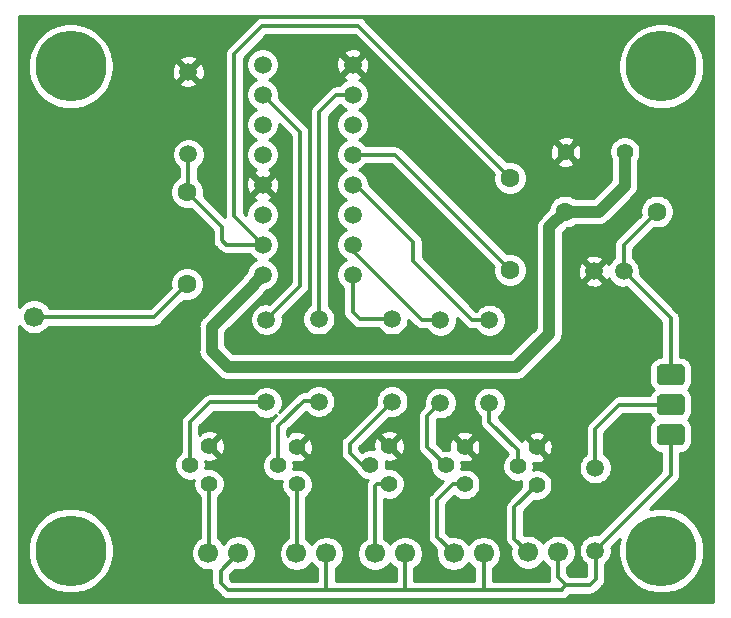
<source format=gbr>
G04 #@! TF.GenerationSoftware,KiCad,Pcbnew,(5.1.2)-2*
G04 #@! TF.CreationDate,2023-06-26T22:41:16-03:00*
G04 #@! TF.ProjectId,PRJ230523 - Haste de led,50524a32-3330-4353-9233-202d20486173,rev?*
G04 #@! TF.SameCoordinates,Original*
G04 #@! TF.FileFunction,Copper,L2,Bot*
G04 #@! TF.FilePolarity,Positive*
%FSLAX46Y46*%
G04 Gerber Fmt 4.6, Leading zero omitted, Abs format (unit mm)*
G04 Created by KiCad (PCBNEW (5.1.2)-2) date 2023-06-26 22:41:16*
%MOMM*%
%LPD*%
G04 APERTURE LIST*
%ADD10C,1.500000*%
%ADD11C,1.400000*%
%ADD12C,1.700000*%
%ADD13C,0.100000*%
%ADD14C,1.800000*%
%ADD15C,1.600000*%
%ADD16C,6.000000*%
%ADD17C,0.300000*%
%ADD18C,1.000000*%
%ADD19C,0.254000*%
G04 APERTURE END LIST*
D10*
X138860000Y-101650000D03*
X138860000Y-99110000D03*
X131240000Y-88950000D03*
X131240000Y-91490000D03*
X138860000Y-96570000D03*
X138860000Y-94030000D03*
X131240000Y-96570000D03*
X131240000Y-94030000D03*
X138860000Y-91490000D03*
X138860000Y-88950000D03*
X138860000Y-86410000D03*
X131240000Y-83870000D03*
X131240000Y-86410000D03*
X138860000Y-83870000D03*
X131240000Y-101650000D03*
X131240000Y-99110000D03*
D11*
X126700000Y-119350000D03*
X126700000Y-116150000D03*
X125100000Y-117750000D03*
D12*
X149950000Y-125250000D03*
X147410000Y-125250000D03*
D10*
X161800000Y-101350000D03*
X159300000Y-101350000D03*
D11*
X156900000Y-91250000D03*
X161900000Y-91250000D03*
D13*
G36*
X166594108Y-111752167D02*
G01*
X166637791Y-111758647D01*
X166680628Y-111769377D01*
X166722208Y-111784254D01*
X166762129Y-111803135D01*
X166800007Y-111825839D01*
X166835477Y-111852145D01*
X166868198Y-111881802D01*
X166897855Y-111914523D01*
X166924161Y-111949993D01*
X166946865Y-111987871D01*
X166965746Y-112027792D01*
X166980623Y-112069372D01*
X166991353Y-112112209D01*
X166997833Y-112155892D01*
X167000000Y-112200000D01*
X167000000Y-113100000D01*
X166997833Y-113144108D01*
X166991353Y-113187791D01*
X166980623Y-113230628D01*
X166965746Y-113272208D01*
X166946865Y-113312129D01*
X166924161Y-113350007D01*
X166897855Y-113385477D01*
X166868198Y-113418198D01*
X166835477Y-113447855D01*
X166800007Y-113474161D01*
X166762129Y-113496865D01*
X166722208Y-113515746D01*
X166680628Y-113530623D01*
X166637791Y-113541353D01*
X166594108Y-113547833D01*
X166550000Y-113550000D01*
X165050000Y-113550000D01*
X165005892Y-113547833D01*
X164962209Y-113541353D01*
X164919372Y-113530623D01*
X164877792Y-113515746D01*
X164837871Y-113496865D01*
X164799993Y-113474161D01*
X164764523Y-113447855D01*
X164731802Y-113418198D01*
X164702145Y-113385477D01*
X164675839Y-113350007D01*
X164653135Y-113312129D01*
X164634254Y-113272208D01*
X164619377Y-113230628D01*
X164608647Y-113187791D01*
X164602167Y-113144108D01*
X164600000Y-113100000D01*
X164600000Y-112200000D01*
X164602167Y-112155892D01*
X164608647Y-112112209D01*
X164619377Y-112069372D01*
X164634254Y-112027792D01*
X164653135Y-111987871D01*
X164675839Y-111949993D01*
X164702145Y-111914523D01*
X164731802Y-111881802D01*
X164764523Y-111852145D01*
X164799993Y-111825839D01*
X164837871Y-111803135D01*
X164877792Y-111784254D01*
X164919372Y-111769377D01*
X164962209Y-111758647D01*
X165005892Y-111752167D01*
X165050000Y-111750000D01*
X166550000Y-111750000D01*
X166594108Y-111752167D01*
X166594108Y-111752167D01*
G37*
D14*
X165800000Y-112650000D03*
D13*
G36*
X166594108Y-114292167D02*
G01*
X166637791Y-114298647D01*
X166680628Y-114309377D01*
X166722208Y-114324254D01*
X166762129Y-114343135D01*
X166800007Y-114365839D01*
X166835477Y-114392145D01*
X166868198Y-114421802D01*
X166897855Y-114454523D01*
X166924161Y-114489993D01*
X166946865Y-114527871D01*
X166965746Y-114567792D01*
X166980623Y-114609372D01*
X166991353Y-114652209D01*
X166997833Y-114695892D01*
X167000000Y-114740000D01*
X167000000Y-115640000D01*
X166997833Y-115684108D01*
X166991353Y-115727791D01*
X166980623Y-115770628D01*
X166965746Y-115812208D01*
X166946865Y-115852129D01*
X166924161Y-115890007D01*
X166897855Y-115925477D01*
X166868198Y-115958198D01*
X166835477Y-115987855D01*
X166800007Y-116014161D01*
X166762129Y-116036865D01*
X166722208Y-116055746D01*
X166680628Y-116070623D01*
X166637791Y-116081353D01*
X166594108Y-116087833D01*
X166550000Y-116090000D01*
X165050000Y-116090000D01*
X165005892Y-116087833D01*
X164962209Y-116081353D01*
X164919372Y-116070623D01*
X164877792Y-116055746D01*
X164837871Y-116036865D01*
X164799993Y-116014161D01*
X164764523Y-115987855D01*
X164731802Y-115958198D01*
X164702145Y-115925477D01*
X164675839Y-115890007D01*
X164653135Y-115852129D01*
X164634254Y-115812208D01*
X164619377Y-115770628D01*
X164608647Y-115727791D01*
X164602167Y-115684108D01*
X164600000Y-115640000D01*
X164600000Y-114740000D01*
X164602167Y-114695892D01*
X164608647Y-114652209D01*
X164619377Y-114609372D01*
X164634254Y-114567792D01*
X164653135Y-114527871D01*
X164675839Y-114489993D01*
X164702145Y-114454523D01*
X164731802Y-114421802D01*
X164764523Y-114392145D01*
X164799993Y-114365839D01*
X164837871Y-114343135D01*
X164877792Y-114324254D01*
X164919372Y-114309377D01*
X164962209Y-114298647D01*
X165005892Y-114292167D01*
X165050000Y-114290000D01*
X166550000Y-114290000D01*
X166594108Y-114292167D01*
X166594108Y-114292167D01*
G37*
D14*
X165800000Y-115190000D03*
D13*
G36*
X166594108Y-109212167D02*
G01*
X166637791Y-109218647D01*
X166680628Y-109229377D01*
X166722208Y-109244254D01*
X166762129Y-109263135D01*
X166800007Y-109285839D01*
X166835477Y-109312145D01*
X166868198Y-109341802D01*
X166897855Y-109374523D01*
X166924161Y-109409993D01*
X166946865Y-109447871D01*
X166965746Y-109487792D01*
X166980623Y-109529372D01*
X166991353Y-109572209D01*
X166997833Y-109615892D01*
X167000000Y-109660000D01*
X167000000Y-110560000D01*
X166997833Y-110604108D01*
X166991353Y-110647791D01*
X166980623Y-110690628D01*
X166965746Y-110732208D01*
X166946865Y-110772129D01*
X166924161Y-110810007D01*
X166897855Y-110845477D01*
X166868198Y-110878198D01*
X166835477Y-110907855D01*
X166800007Y-110934161D01*
X166762129Y-110956865D01*
X166722208Y-110975746D01*
X166680628Y-110990623D01*
X166637791Y-111001353D01*
X166594108Y-111007833D01*
X166550000Y-111010000D01*
X165050000Y-111010000D01*
X165005892Y-111007833D01*
X164962209Y-111001353D01*
X164919372Y-110990623D01*
X164877792Y-110975746D01*
X164837871Y-110956865D01*
X164799993Y-110934161D01*
X164764523Y-110907855D01*
X164731802Y-110878198D01*
X164702145Y-110845477D01*
X164675839Y-110810007D01*
X164653135Y-110772129D01*
X164634254Y-110732208D01*
X164619377Y-110690628D01*
X164608647Y-110647791D01*
X164602167Y-110604108D01*
X164600000Y-110560000D01*
X164600000Y-109660000D01*
X164602167Y-109615892D01*
X164608647Y-109572209D01*
X164619377Y-109529372D01*
X164634254Y-109487792D01*
X164653135Y-109447871D01*
X164675839Y-109409993D01*
X164702145Y-109374523D01*
X164731802Y-109341802D01*
X164764523Y-109312145D01*
X164799993Y-109285839D01*
X164837871Y-109263135D01*
X164877792Y-109244254D01*
X164919372Y-109229377D01*
X164962209Y-109218647D01*
X165005892Y-109212167D01*
X165050000Y-109210000D01*
X166550000Y-109210000D01*
X166594108Y-109212167D01*
X166594108Y-109212167D01*
G37*
D14*
X165800000Y-110110000D03*
D12*
X153710000Y-125150000D03*
X156250000Y-125150000D03*
X134110000Y-125250000D03*
X136650000Y-125250000D03*
X129200000Y-125200000D03*
X126660000Y-125200000D03*
X143300000Y-125250000D03*
X140760000Y-125250000D03*
X111900000Y-105200000D03*
D15*
X164650000Y-96300000D03*
X156850000Y-96300000D03*
X124850000Y-94650000D03*
X124850000Y-102450000D03*
X152200000Y-101250000D03*
X152200000Y-93450000D03*
D11*
X148350000Y-119400000D03*
X148350000Y-116200000D03*
X146750000Y-117800000D03*
X152850000Y-117850000D03*
X154450000Y-116250000D03*
X154450000Y-119450000D03*
X132550000Y-117800000D03*
X134150000Y-116200000D03*
X134150000Y-119400000D03*
X141950000Y-119350000D03*
X141950000Y-116150000D03*
X140350000Y-117750000D03*
D10*
X159400000Y-125000000D03*
X159400000Y-118000000D03*
X146300000Y-112500000D03*
X146300000Y-105500000D03*
X150450000Y-105500000D03*
X150450000Y-112500000D03*
X136000000Y-112400000D03*
X136000000Y-105400000D03*
X131550000Y-105450000D03*
X131550000Y-112450000D03*
X142200000Y-105400000D03*
X142200000Y-112400000D03*
X124950000Y-84450000D03*
X124950000Y-91450000D03*
D16*
X165000000Y-125000000D03*
X115000000Y-125000000D03*
X165000000Y-84000000D03*
X115000000Y-84000000D03*
D17*
X165800000Y-105350000D02*
X161800000Y-101350000D01*
X165800000Y-110110000D02*
X165800000Y-105350000D01*
X161800000Y-99150000D02*
X164650000Y-96300000D01*
X161800000Y-101350000D02*
X161800000Y-99150000D01*
D18*
X156850000Y-96300000D02*
X159700000Y-96300000D01*
X161900000Y-94100000D02*
X161900000Y-91250000D01*
X159700000Y-96300000D02*
X161900000Y-94100000D01*
X155500000Y-97650000D02*
X156850000Y-96300000D01*
X155500000Y-106650000D02*
X155500000Y-97650000D01*
X152700000Y-109450000D02*
X155500000Y-106650000D01*
X130490001Y-102399999D02*
X130490001Y-102509999D01*
X131240000Y-101650000D02*
X130490001Y-102399999D01*
X130490001Y-102509999D02*
X126950000Y-106050000D01*
X126950000Y-106050000D02*
X126950000Y-108100000D01*
X126950000Y-108100000D02*
X128300000Y-109450000D01*
X128300000Y-109450000D02*
X152700000Y-109450000D01*
D17*
X159400000Y-118000000D02*
X159400000Y-114700000D01*
X161450000Y-112650000D02*
X165800000Y-112650000D01*
X159400000Y-114700000D02*
X161450000Y-112650000D01*
X165800000Y-118600000D02*
X159400000Y-125000000D01*
X165800000Y-115190000D02*
X165800000Y-118600000D01*
X149950000Y-125250000D02*
X149950000Y-128350000D01*
X149950000Y-128350000D02*
X143350000Y-128350000D01*
X159450000Y-125050000D02*
X159400000Y-125000000D01*
X156950000Y-127950000D02*
X158950000Y-127950000D01*
X158950000Y-127950000D02*
X159450000Y-127450000D01*
X159450000Y-127450000D02*
X159450000Y-125050000D01*
X156250000Y-127250000D02*
X156950000Y-127950000D01*
X156250000Y-125150000D02*
X156250000Y-127250000D01*
X156700000Y-128200000D02*
X156950000Y-127950000D01*
X149950000Y-128350000D02*
X156550000Y-128350000D01*
X156550000Y-128350000D02*
X156700000Y-128200000D01*
X136650000Y-128350000D02*
X136650000Y-125250000D01*
X143250000Y-128350000D02*
X136650000Y-128350000D01*
X127700000Y-126700000D02*
X129200000Y-125200000D01*
X127700000Y-127750000D02*
X127700000Y-126700000D01*
X136600000Y-128350000D02*
X128300000Y-128350000D01*
X128300000Y-128350000D02*
X127700000Y-127750000D01*
X143300000Y-125250000D02*
X143300000Y-128350000D01*
X138860000Y-101650000D02*
X138860000Y-104810000D01*
X141139340Y-105400000D02*
X142200000Y-105400000D01*
X139450000Y-105400000D02*
X141139340Y-105400000D01*
X138860000Y-104810000D02*
X139450000Y-105400000D01*
X144750000Y-105500000D02*
X146300000Y-105500000D01*
X138860000Y-99110000D02*
X138860000Y-99610000D01*
X138860000Y-99610000D02*
X144750000Y-105500000D01*
X149000000Y-105500000D02*
X150450000Y-105500000D01*
X144000000Y-100500000D02*
X149000000Y-105500000D01*
X144000000Y-98850000D02*
X144000000Y-100500000D01*
X138860000Y-94030000D02*
X139180000Y-94030000D01*
X139180000Y-94030000D02*
X144000000Y-98850000D01*
X142440000Y-91490000D02*
X152200000Y-101250000D01*
X138860000Y-91490000D02*
X142440000Y-91490000D01*
X131550000Y-105450000D02*
X134400000Y-102600000D01*
X134400000Y-89570000D02*
X134400000Y-102600000D01*
X131240000Y-86410000D02*
X134400000Y-89570000D01*
X124950000Y-94550000D02*
X124850000Y-94650000D01*
X124950000Y-91450000D02*
X124950000Y-94550000D01*
X128160000Y-99110000D02*
X131240000Y-99110000D01*
X127800000Y-98750000D02*
X128160000Y-99110000D01*
X124850000Y-94650000D02*
X127800000Y-97600000D01*
X127800000Y-97600000D02*
X127800000Y-98750000D01*
X139350000Y-80600000D02*
X152200000Y-93450000D01*
X131200000Y-80600000D02*
X139350000Y-80600000D01*
X128850000Y-82950000D02*
X131200000Y-80600000D01*
X131240000Y-99110000D02*
X128850000Y-96720000D01*
X128850000Y-96720000D02*
X128850000Y-82950000D01*
X148350000Y-119400000D02*
X147360051Y-119400000D01*
X146000000Y-123840000D02*
X147410000Y-125250000D01*
X146000000Y-120760051D02*
X146000000Y-123840000D01*
X147360051Y-119400000D02*
X146000000Y-120760051D01*
X154450000Y-119450000D02*
X152550000Y-121350000D01*
X152550000Y-123990000D02*
X153710000Y-125150000D01*
X152550000Y-121350000D02*
X152550000Y-123990000D01*
X134150000Y-125210000D02*
X134110000Y-125250000D01*
X134150000Y-119400000D02*
X134150000Y-125210000D01*
X126700000Y-125160000D02*
X126660000Y-125200000D01*
X126700000Y-119350000D02*
X126700000Y-125160000D01*
X140760000Y-124047919D02*
X140760000Y-125250000D01*
X140760000Y-119550051D02*
X140760000Y-124047919D01*
X140960051Y-119350000D02*
X140760000Y-119550051D01*
X141950000Y-119350000D02*
X140960051Y-119350000D01*
X123750000Y-103550000D02*
X124850000Y-102450000D01*
X122050000Y-105250000D02*
X123750000Y-103550000D01*
X111900000Y-105200000D02*
X111950000Y-105250000D01*
X111950000Y-105250000D02*
X122050000Y-105250000D01*
X145200000Y-116250000D02*
X146750000Y-117800000D01*
X146300000Y-112500000D02*
X145200000Y-113600000D01*
X145200000Y-113600000D02*
X145200000Y-116250000D01*
X152850000Y-116500000D02*
X152850000Y-117850000D01*
X150450000Y-112500000D02*
X150450000Y-114100000D01*
X150450000Y-114100000D02*
X152850000Y-116500000D01*
X135900000Y-112300000D02*
X136000000Y-112400000D01*
X134750000Y-112300000D02*
X135900000Y-112300000D01*
X132550000Y-117800000D02*
X132550000Y-114500000D01*
X132550000Y-114500000D02*
X134750000Y-112300000D01*
X125100000Y-117750000D02*
X125100000Y-114150000D01*
X125100000Y-114150000D02*
X126800000Y-112450000D01*
X126800000Y-112450000D02*
X131550000Y-112450000D01*
X139650000Y-117750000D02*
X140350000Y-117750000D01*
X138650000Y-116750000D02*
X139650000Y-117750000D01*
X142200000Y-112400000D02*
X138650000Y-115950000D01*
X138650000Y-115950000D02*
X138650000Y-116750000D01*
X137490000Y-86410000D02*
X138860000Y-86410000D01*
X136050000Y-87850000D02*
X137490000Y-86410000D01*
X136000000Y-105400000D02*
X136050000Y-105350000D01*
X136050000Y-105350000D02*
X136050000Y-87850000D01*
D19*
G36*
X169340000Y-129340000D02*
G01*
X110659352Y-129340000D01*
X110654742Y-124641984D01*
X111365000Y-124641984D01*
X111365000Y-125358016D01*
X111504691Y-126060290D01*
X111778705Y-126721818D01*
X112176511Y-127317177D01*
X112682823Y-127823489D01*
X113278182Y-128221295D01*
X113939710Y-128495309D01*
X114641984Y-128635000D01*
X115358016Y-128635000D01*
X116060290Y-128495309D01*
X116721818Y-128221295D01*
X117317177Y-127823489D01*
X117823489Y-127317177D01*
X118221295Y-126721818D01*
X118495309Y-126060290D01*
X118635000Y-125358016D01*
X118635000Y-124641984D01*
X118495309Y-123939710D01*
X118221295Y-123278182D01*
X117823489Y-122682823D01*
X117317177Y-122176511D01*
X116721818Y-121778705D01*
X116060290Y-121504691D01*
X115358016Y-121365000D01*
X114641984Y-121365000D01*
X113939710Y-121504691D01*
X113278182Y-121778705D01*
X112682823Y-122176511D01*
X112176511Y-122682823D01*
X111778705Y-123278182D01*
X111504691Y-123939710D01*
X111365000Y-124641984D01*
X110654742Y-124641984D01*
X110647850Y-117618514D01*
X123765000Y-117618514D01*
X123765000Y-117881486D01*
X123816304Y-118139405D01*
X123916939Y-118382359D01*
X124063038Y-118601013D01*
X124248987Y-118786962D01*
X124467641Y-118933061D01*
X124710595Y-119033696D01*
X124968514Y-119085000D01*
X125231486Y-119085000D01*
X125398152Y-119051848D01*
X125365000Y-119218514D01*
X125365000Y-119481486D01*
X125416304Y-119739405D01*
X125516939Y-119982359D01*
X125663038Y-120201013D01*
X125848987Y-120386962D01*
X125915000Y-120431070D01*
X125915001Y-123911798D01*
X125713368Y-124046525D01*
X125506525Y-124253368D01*
X125344010Y-124496589D01*
X125232068Y-124766842D01*
X125175000Y-125053740D01*
X125175000Y-125346260D01*
X125232068Y-125633158D01*
X125344010Y-125903411D01*
X125506525Y-126146632D01*
X125713368Y-126353475D01*
X125956589Y-126515990D01*
X126226842Y-126627932D01*
X126513740Y-126685000D01*
X126806260Y-126685000D01*
X126914807Y-126663409D01*
X126911203Y-126700000D01*
X126915001Y-126738562D01*
X126915000Y-127711447D01*
X126911203Y-127750000D01*
X126915000Y-127788553D01*
X126915000Y-127788560D01*
X126926359Y-127903886D01*
X126971246Y-128051859D01*
X127044138Y-128188232D01*
X127142236Y-128307764D01*
X127172189Y-128332346D01*
X127717657Y-128877815D01*
X127742236Y-128907764D01*
X127772184Y-128932342D01*
X127772187Y-128932345D01*
X127801559Y-128956450D01*
X127861767Y-129005862D01*
X127998140Y-129078754D01*
X128146112Y-129123641D01*
X128160490Y-129125057D01*
X128261439Y-129135000D01*
X128261446Y-129135000D01*
X128299999Y-129138797D01*
X128338552Y-129135000D01*
X136611439Y-129135000D01*
X136650000Y-129138798D01*
X136688560Y-129135000D01*
X143261440Y-129135000D01*
X143300000Y-129138798D01*
X143338561Y-129135000D01*
X149911440Y-129135000D01*
X149950000Y-129138798D01*
X149988561Y-129135000D01*
X156511447Y-129135000D01*
X156550000Y-129138797D01*
X156588553Y-129135000D01*
X156588561Y-129135000D01*
X156703887Y-129123641D01*
X156851860Y-129078754D01*
X156988233Y-129005862D01*
X157107764Y-128907764D01*
X157132347Y-128877810D01*
X157275157Y-128735000D01*
X158911447Y-128735000D01*
X158950000Y-128738797D01*
X158988553Y-128735000D01*
X158988561Y-128735000D01*
X159103887Y-128723641D01*
X159251860Y-128678754D01*
X159388233Y-128605862D01*
X159507764Y-128507764D01*
X159532347Y-128477810D01*
X159977806Y-128032350D01*
X160007764Y-128007764D01*
X160105862Y-127888233D01*
X160178754Y-127751860D01*
X160198055Y-127688233D01*
X160223642Y-127603887D01*
X160232714Y-127511767D01*
X160235000Y-127488561D01*
X160235000Y-127488556D01*
X160238797Y-127450000D01*
X160235000Y-127411444D01*
X160235000Y-126107795D01*
X160282886Y-126075799D01*
X160475799Y-125882886D01*
X160627371Y-125656043D01*
X160731775Y-125403989D01*
X160785000Y-125136411D01*
X160785000Y-124863589D01*
X160762032Y-124748125D01*
X161488364Y-124021793D01*
X161365000Y-124641984D01*
X161365000Y-125358016D01*
X161504691Y-126060290D01*
X161778705Y-126721818D01*
X162176511Y-127317177D01*
X162682823Y-127823489D01*
X163278182Y-128221295D01*
X163939710Y-128495309D01*
X164641984Y-128635000D01*
X165358016Y-128635000D01*
X166060290Y-128495309D01*
X166721818Y-128221295D01*
X167317177Y-127823489D01*
X167823489Y-127317177D01*
X168221295Y-126721818D01*
X168495309Y-126060290D01*
X168635000Y-125358016D01*
X168635000Y-124641984D01*
X168495309Y-123939710D01*
X168221295Y-123278182D01*
X167823489Y-122682823D01*
X167317177Y-122176511D01*
X166721818Y-121778705D01*
X166060290Y-121504691D01*
X165358016Y-121365000D01*
X164641984Y-121365000D01*
X164021793Y-121488364D01*
X166327810Y-119182347D01*
X166357764Y-119157764D01*
X166455862Y-119038233D01*
X166528754Y-118901860D01*
X166548441Y-118836962D01*
X166573642Y-118753887D01*
X166583296Y-118655862D01*
X166585000Y-118638561D01*
X166585000Y-118638556D01*
X166588797Y-118600000D01*
X166585000Y-118561444D01*
X166585000Y-116724625D01*
X166762272Y-116707165D01*
X166966387Y-116645247D01*
X167154500Y-116544699D01*
X167319383Y-116409383D01*
X167454699Y-116244500D01*
X167555247Y-116056387D01*
X167617165Y-115852272D01*
X167638072Y-115640000D01*
X167638072Y-114740000D01*
X167617165Y-114527728D01*
X167555247Y-114323613D01*
X167454699Y-114135500D01*
X167319383Y-113970617D01*
X167257706Y-113920000D01*
X167319383Y-113869383D01*
X167454699Y-113704500D01*
X167555247Y-113516387D01*
X167617165Y-113312272D01*
X167638072Y-113100000D01*
X167638072Y-112200000D01*
X167617165Y-111987728D01*
X167555247Y-111783613D01*
X167454699Y-111595500D01*
X167319383Y-111430617D01*
X167257706Y-111380000D01*
X167319383Y-111329383D01*
X167454699Y-111164500D01*
X167555247Y-110976387D01*
X167617165Y-110772272D01*
X167638072Y-110560000D01*
X167638072Y-109660000D01*
X167617165Y-109447728D01*
X167555247Y-109243613D01*
X167454699Y-109055500D01*
X167319383Y-108890617D01*
X167154500Y-108755301D01*
X166966387Y-108654753D01*
X166762272Y-108592835D01*
X166585000Y-108575375D01*
X166585000Y-105388552D01*
X166588797Y-105349999D01*
X166585000Y-105311446D01*
X166585000Y-105311439D01*
X166573641Y-105196113D01*
X166528754Y-105048140D01*
X166455862Y-104911767D01*
X166403989Y-104848561D01*
X166382345Y-104822187D01*
X166382342Y-104822184D01*
X166357764Y-104792236D01*
X166327816Y-104767658D01*
X163162033Y-101601875D01*
X163185000Y-101486411D01*
X163185000Y-101213589D01*
X163131775Y-100946011D01*
X163027371Y-100693957D01*
X162875799Y-100467114D01*
X162682886Y-100274201D01*
X162585000Y-100208796D01*
X162585000Y-99475157D01*
X164355603Y-97704554D01*
X164508665Y-97735000D01*
X164791335Y-97735000D01*
X165068574Y-97679853D01*
X165329727Y-97571680D01*
X165564759Y-97414637D01*
X165764637Y-97214759D01*
X165921680Y-96979727D01*
X166029853Y-96718574D01*
X166085000Y-96441335D01*
X166085000Y-96158665D01*
X166029853Y-95881426D01*
X165921680Y-95620273D01*
X165764637Y-95385241D01*
X165564759Y-95185363D01*
X165329727Y-95028320D01*
X165068574Y-94920147D01*
X164791335Y-94865000D01*
X164508665Y-94865000D01*
X164231426Y-94920147D01*
X163970273Y-95028320D01*
X163735241Y-95185363D01*
X163535363Y-95385241D01*
X163378320Y-95620273D01*
X163270147Y-95881426D01*
X163215000Y-96158665D01*
X163215000Y-96441335D01*
X163245446Y-96594397D01*
X161272185Y-98567658D01*
X161242237Y-98592236D01*
X161217659Y-98622184D01*
X161217655Y-98622188D01*
X161184690Y-98662356D01*
X161144139Y-98711767D01*
X161113774Y-98768577D01*
X161071246Y-98848141D01*
X161026359Y-98996114D01*
X161011203Y-99150000D01*
X161015001Y-99188563D01*
X161015001Y-100208795D01*
X160917114Y-100274201D01*
X160724201Y-100467114D01*
X160572629Y-100693957D01*
X160552139Y-100743426D01*
X160495860Y-100638137D01*
X160256993Y-100572612D01*
X159479605Y-101350000D01*
X160256993Y-102127388D01*
X160495860Y-102061863D01*
X160548918Y-101948799D01*
X160572629Y-102006043D01*
X160724201Y-102232886D01*
X160917114Y-102425799D01*
X161143957Y-102577371D01*
X161396011Y-102681775D01*
X161663589Y-102735000D01*
X161936411Y-102735000D01*
X162051875Y-102712033D01*
X165015001Y-105675159D01*
X165015000Y-108575375D01*
X164837728Y-108592835D01*
X164633613Y-108654753D01*
X164445500Y-108755301D01*
X164280617Y-108890617D01*
X164145301Y-109055500D01*
X164044753Y-109243613D01*
X163982835Y-109447728D01*
X163961928Y-109660000D01*
X163961928Y-110560000D01*
X163982835Y-110772272D01*
X164044753Y-110976387D01*
X164145301Y-111164500D01*
X164280617Y-111329383D01*
X164342294Y-111380000D01*
X164280617Y-111430617D01*
X164145301Y-111595500D01*
X164044753Y-111783613D01*
X164020064Y-111865000D01*
X161488556Y-111865000D01*
X161450000Y-111861203D01*
X161411444Y-111865000D01*
X161411439Y-111865000D01*
X161371026Y-111868980D01*
X161296113Y-111876358D01*
X161159978Y-111917655D01*
X161148140Y-111921246D01*
X161011767Y-111994138D01*
X160892236Y-112092236D01*
X160867653Y-112122190D01*
X158872185Y-114117658D01*
X158842237Y-114142236D01*
X158817659Y-114172184D01*
X158817655Y-114172188D01*
X158796357Y-114198140D01*
X158744139Y-114261767D01*
X158721626Y-114303886D01*
X158671246Y-114398141D01*
X158626359Y-114546114D01*
X158611203Y-114700000D01*
X158615001Y-114738563D01*
X158615000Y-116858795D01*
X158517114Y-116924201D01*
X158324201Y-117117114D01*
X158172629Y-117343957D01*
X158068225Y-117596011D01*
X158015000Y-117863589D01*
X158015000Y-118136411D01*
X158068225Y-118403989D01*
X158172629Y-118656043D01*
X158324201Y-118882886D01*
X158517114Y-119075799D01*
X158743957Y-119227371D01*
X158996011Y-119331775D01*
X159263589Y-119385000D01*
X159536411Y-119385000D01*
X159803989Y-119331775D01*
X160056043Y-119227371D01*
X160282886Y-119075799D01*
X160475799Y-118882886D01*
X160627371Y-118656043D01*
X160731775Y-118403989D01*
X160785000Y-118136411D01*
X160785000Y-117863589D01*
X160731775Y-117596011D01*
X160627371Y-117343957D01*
X160475799Y-117117114D01*
X160282886Y-116924201D01*
X160185000Y-116858796D01*
X160185000Y-115025157D01*
X161775157Y-113435000D01*
X164020064Y-113435000D01*
X164044753Y-113516387D01*
X164145301Y-113704500D01*
X164280617Y-113869383D01*
X164342294Y-113920000D01*
X164280617Y-113970617D01*
X164145301Y-114135500D01*
X164044753Y-114323613D01*
X163982835Y-114527728D01*
X163961928Y-114740000D01*
X163961928Y-115640000D01*
X163982835Y-115852272D01*
X164044753Y-116056387D01*
X164145301Y-116244500D01*
X164280617Y-116409383D01*
X164445500Y-116544699D01*
X164633613Y-116645247D01*
X164837728Y-116707165D01*
X165015000Y-116724625D01*
X165015001Y-118274842D01*
X159651875Y-123637968D01*
X159536411Y-123615000D01*
X159263589Y-123615000D01*
X158996011Y-123668225D01*
X158743957Y-123772629D01*
X158517114Y-123924201D01*
X158324201Y-124117114D01*
X158172629Y-124343957D01*
X158068225Y-124596011D01*
X158015000Y-124863589D01*
X158015000Y-125136411D01*
X158068225Y-125403989D01*
X158172629Y-125656043D01*
X158324201Y-125882886D01*
X158517114Y-126075799D01*
X158665001Y-126174614D01*
X158665000Y-127124843D01*
X158624843Y-127165000D01*
X157275158Y-127165000D01*
X157035000Y-126924843D01*
X157035000Y-126411474D01*
X157196632Y-126303475D01*
X157403475Y-126096632D01*
X157565990Y-125853411D01*
X157677932Y-125583158D01*
X157735000Y-125296260D01*
X157735000Y-125003740D01*
X157677932Y-124716842D01*
X157565990Y-124446589D01*
X157403475Y-124203368D01*
X157196632Y-123996525D01*
X156953411Y-123834010D01*
X156683158Y-123722068D01*
X156396260Y-123665000D01*
X156103740Y-123665000D01*
X155816842Y-123722068D01*
X155546589Y-123834010D01*
X155303368Y-123996525D01*
X155096525Y-124203368D01*
X154980000Y-124377760D01*
X154863475Y-124203368D01*
X154656632Y-123996525D01*
X154413411Y-123834010D01*
X154143158Y-123722068D01*
X153856260Y-123665000D01*
X153563740Y-123665000D01*
X153373082Y-123702925D01*
X153335000Y-123664843D01*
X153335000Y-121675157D01*
X154240646Y-120769511D01*
X154318514Y-120785000D01*
X154581486Y-120785000D01*
X154839405Y-120733696D01*
X155082359Y-120633061D01*
X155301013Y-120486962D01*
X155486962Y-120301013D01*
X155633061Y-120082359D01*
X155733696Y-119839405D01*
X155785000Y-119581486D01*
X155785000Y-119318514D01*
X155733696Y-119060595D01*
X155633061Y-118817641D01*
X155486962Y-118598987D01*
X155301013Y-118413038D01*
X155082359Y-118266939D01*
X154839405Y-118166304D01*
X154581486Y-118115000D01*
X154318514Y-118115000D01*
X154151848Y-118148152D01*
X154185000Y-117981486D01*
X154185000Y-117718514D01*
X154151756Y-117551387D01*
X154261740Y-117578183D01*
X154524473Y-117589390D01*
X154784344Y-117549125D01*
X155031366Y-117458935D01*
X155132203Y-117405037D01*
X155191664Y-117171269D01*
X154450000Y-116429605D01*
X154435858Y-116443748D01*
X154256253Y-116264143D01*
X154270395Y-116250000D01*
X154629605Y-116250000D01*
X155371269Y-116991664D01*
X155605037Y-116932203D01*
X155715934Y-116693758D01*
X155778183Y-116438260D01*
X155789390Y-116175527D01*
X155749125Y-115915656D01*
X155658935Y-115668634D01*
X155605037Y-115567797D01*
X155371269Y-115508336D01*
X154629605Y-116250000D01*
X154270395Y-116250000D01*
X153528731Y-115508336D01*
X153294963Y-115567797D01*
X153210202Y-115750045D01*
X152788888Y-115328731D01*
X153708336Y-115328731D01*
X154450000Y-116070395D01*
X155191664Y-115328731D01*
X155132203Y-115094963D01*
X154893758Y-114984066D01*
X154638260Y-114921817D01*
X154375527Y-114910610D01*
X154115656Y-114950875D01*
X153868634Y-115041065D01*
X153767797Y-115094963D01*
X153708336Y-115328731D01*
X152788888Y-115328731D01*
X151235000Y-113774843D01*
X151235000Y-113641204D01*
X151332886Y-113575799D01*
X151525799Y-113382886D01*
X151677371Y-113156043D01*
X151781775Y-112903989D01*
X151835000Y-112636411D01*
X151835000Y-112363589D01*
X151781775Y-112096011D01*
X151677371Y-111843957D01*
X151525799Y-111617114D01*
X151332886Y-111424201D01*
X151106043Y-111272629D01*
X150853989Y-111168225D01*
X150586411Y-111115000D01*
X150313589Y-111115000D01*
X150046011Y-111168225D01*
X149793957Y-111272629D01*
X149567114Y-111424201D01*
X149374201Y-111617114D01*
X149222629Y-111843957D01*
X149118225Y-112096011D01*
X149065000Y-112363589D01*
X149065000Y-112636411D01*
X149118225Y-112903989D01*
X149222629Y-113156043D01*
X149374201Y-113382886D01*
X149567114Y-113575799D01*
X149665001Y-113641205D01*
X149665001Y-114061438D01*
X149661203Y-114100000D01*
X149676359Y-114253886D01*
X149721246Y-114401859D01*
X149747972Y-114451859D01*
X149794139Y-114538233D01*
X149834690Y-114587644D01*
X149867655Y-114627812D01*
X149867659Y-114627816D01*
X149892237Y-114657764D01*
X149922185Y-114682342D01*
X152031294Y-116791451D01*
X151998987Y-116813038D01*
X151813038Y-116998987D01*
X151666939Y-117217641D01*
X151566304Y-117460595D01*
X151515000Y-117718514D01*
X151515000Y-117981486D01*
X151566304Y-118239405D01*
X151666939Y-118482359D01*
X151813038Y-118701013D01*
X151998987Y-118886962D01*
X152217641Y-119033061D01*
X152460595Y-119133696D01*
X152718514Y-119185000D01*
X152981486Y-119185000D01*
X153148152Y-119151848D01*
X153115000Y-119318514D01*
X153115000Y-119581486D01*
X153130489Y-119659354D01*
X152022190Y-120767653D01*
X151992236Y-120792236D01*
X151894138Y-120911768D01*
X151821246Y-121048141D01*
X151776359Y-121196114D01*
X151765000Y-121311440D01*
X151765000Y-121311447D01*
X151761203Y-121350000D01*
X151765000Y-121388553D01*
X151765001Y-123951437D01*
X151761203Y-123990000D01*
X151776359Y-124143886D01*
X151821246Y-124291859D01*
X151821247Y-124291860D01*
X151894139Y-124428233D01*
X151933636Y-124476359D01*
X151967655Y-124517812D01*
X151967659Y-124517816D01*
X151992237Y-124547764D01*
X152022185Y-124572342D01*
X152262925Y-124813082D01*
X152225000Y-125003740D01*
X152225000Y-125296260D01*
X152282068Y-125583158D01*
X152394010Y-125853411D01*
X152556525Y-126096632D01*
X152763368Y-126303475D01*
X153006589Y-126465990D01*
X153276842Y-126577932D01*
X153563740Y-126635000D01*
X153856260Y-126635000D01*
X154143158Y-126577932D01*
X154413411Y-126465990D01*
X154656632Y-126303475D01*
X154863475Y-126096632D01*
X154980000Y-125922240D01*
X155096525Y-126096632D01*
X155303368Y-126303475D01*
X155465001Y-126411474D01*
X155465001Y-127211437D01*
X155461203Y-127250000D01*
X155476359Y-127403886D01*
X155521246Y-127551859D01*
X155521247Y-127551860D01*
X155528270Y-127565000D01*
X150735000Y-127565000D01*
X150735000Y-126511474D01*
X150896632Y-126403475D01*
X151103475Y-126196632D01*
X151265990Y-125953411D01*
X151377932Y-125683158D01*
X151435000Y-125396260D01*
X151435000Y-125103740D01*
X151377932Y-124816842D01*
X151265990Y-124546589D01*
X151103475Y-124303368D01*
X150896632Y-124096525D01*
X150653411Y-123934010D01*
X150383158Y-123822068D01*
X150096260Y-123765000D01*
X149803740Y-123765000D01*
X149516842Y-123822068D01*
X149246589Y-123934010D01*
X149003368Y-124096525D01*
X148796525Y-124303368D01*
X148680000Y-124477760D01*
X148563475Y-124303368D01*
X148356632Y-124096525D01*
X148113411Y-123934010D01*
X147843158Y-123822068D01*
X147556260Y-123765000D01*
X147263740Y-123765000D01*
X147073082Y-123802925D01*
X146785000Y-123514843D01*
X146785000Y-121085208D01*
X147466117Y-120404092D01*
X147498987Y-120436962D01*
X147717641Y-120583061D01*
X147960595Y-120683696D01*
X148218514Y-120735000D01*
X148481486Y-120735000D01*
X148739405Y-120683696D01*
X148982359Y-120583061D01*
X149201013Y-120436962D01*
X149386962Y-120251013D01*
X149533061Y-120032359D01*
X149633696Y-119789405D01*
X149685000Y-119531486D01*
X149685000Y-119268514D01*
X149633696Y-119010595D01*
X149533061Y-118767641D01*
X149386962Y-118548987D01*
X149201013Y-118363038D01*
X148982359Y-118216939D01*
X148739405Y-118116304D01*
X148481486Y-118065000D01*
X148218514Y-118065000D01*
X148051848Y-118098152D01*
X148085000Y-117931486D01*
X148085000Y-117668514D01*
X148051756Y-117501387D01*
X148161740Y-117528183D01*
X148424473Y-117539390D01*
X148684344Y-117499125D01*
X148931366Y-117408935D01*
X149032203Y-117355037D01*
X149091664Y-117121269D01*
X148350000Y-116379605D01*
X148335858Y-116393748D01*
X148156253Y-116214143D01*
X148170395Y-116200000D01*
X148529605Y-116200000D01*
X149271269Y-116941664D01*
X149505037Y-116882203D01*
X149615934Y-116643758D01*
X149678183Y-116388260D01*
X149689390Y-116125527D01*
X149649125Y-115865656D01*
X149558935Y-115618634D01*
X149505037Y-115517797D01*
X149271269Y-115458336D01*
X148529605Y-116200000D01*
X148170395Y-116200000D01*
X147428731Y-115458336D01*
X147194963Y-115517797D01*
X147084066Y-115756242D01*
X147021817Y-116011740D01*
X147010610Y-116274473D01*
X147045176Y-116497560D01*
X146881486Y-116465000D01*
X146618514Y-116465000D01*
X146540647Y-116480489D01*
X145985000Y-115924843D01*
X145985000Y-115278731D01*
X147608336Y-115278731D01*
X148350000Y-116020395D01*
X149091664Y-115278731D01*
X149032203Y-115044963D01*
X148793758Y-114934066D01*
X148538260Y-114871817D01*
X148275527Y-114860610D01*
X148015656Y-114900875D01*
X147768634Y-114991065D01*
X147667797Y-115044963D01*
X147608336Y-115278731D01*
X145985000Y-115278731D01*
X145985000Y-113925157D01*
X146048125Y-113862033D01*
X146163589Y-113885000D01*
X146436411Y-113885000D01*
X146703989Y-113831775D01*
X146956043Y-113727371D01*
X147182886Y-113575799D01*
X147375799Y-113382886D01*
X147527371Y-113156043D01*
X147631775Y-112903989D01*
X147685000Y-112636411D01*
X147685000Y-112363589D01*
X147631775Y-112096011D01*
X147527371Y-111843957D01*
X147375799Y-111617114D01*
X147182886Y-111424201D01*
X146956043Y-111272629D01*
X146703989Y-111168225D01*
X146436411Y-111115000D01*
X146163589Y-111115000D01*
X145896011Y-111168225D01*
X145643957Y-111272629D01*
X145417114Y-111424201D01*
X145224201Y-111617114D01*
X145072629Y-111843957D01*
X144968225Y-112096011D01*
X144915000Y-112363589D01*
X144915000Y-112636411D01*
X144937967Y-112751875D01*
X144672190Y-113017653D01*
X144642236Y-113042236D01*
X144544138Y-113161768D01*
X144471246Y-113298141D01*
X144426359Y-113446114D01*
X144415000Y-113561440D01*
X144415000Y-113561447D01*
X144411203Y-113600000D01*
X144415000Y-113638553D01*
X144415001Y-116211437D01*
X144411203Y-116250000D01*
X144426359Y-116403886D01*
X144471246Y-116551859D01*
X144488610Y-116584344D01*
X144544139Y-116688233D01*
X144573198Y-116723641D01*
X144617655Y-116777812D01*
X144617659Y-116777816D01*
X144642237Y-116807764D01*
X144672185Y-116832342D01*
X145430489Y-117590647D01*
X145415000Y-117668514D01*
X145415000Y-117931486D01*
X145466304Y-118189405D01*
X145566939Y-118432359D01*
X145713038Y-118651013D01*
X145898987Y-118836962D01*
X146117641Y-118983061D01*
X146360595Y-119083696D01*
X146532086Y-119117808D01*
X145472190Y-120177704D01*
X145442236Y-120202287D01*
X145344138Y-120321819D01*
X145271246Y-120458192D01*
X145226359Y-120606165D01*
X145215000Y-120721491D01*
X145215000Y-120721498D01*
X145211203Y-120760051D01*
X145215000Y-120798604D01*
X145215001Y-123801437D01*
X145211203Y-123840000D01*
X145226359Y-123993886D01*
X145271246Y-124141859D01*
X145272330Y-124143887D01*
X145344139Y-124278233D01*
X145355322Y-124291859D01*
X145417655Y-124367812D01*
X145417659Y-124367816D01*
X145442237Y-124397764D01*
X145472185Y-124422342D01*
X145962925Y-124913082D01*
X145925000Y-125103740D01*
X145925000Y-125396260D01*
X145982068Y-125683158D01*
X146094010Y-125953411D01*
X146256525Y-126196632D01*
X146463368Y-126403475D01*
X146706589Y-126565990D01*
X146976842Y-126677932D01*
X147263740Y-126735000D01*
X147556260Y-126735000D01*
X147843158Y-126677932D01*
X148113411Y-126565990D01*
X148356632Y-126403475D01*
X148563475Y-126196632D01*
X148680000Y-126022240D01*
X148796525Y-126196632D01*
X149003368Y-126403475D01*
X149165000Y-126511474D01*
X149165001Y-127565000D01*
X144085000Y-127565000D01*
X144085000Y-126511474D01*
X144246632Y-126403475D01*
X144453475Y-126196632D01*
X144615990Y-125953411D01*
X144727932Y-125683158D01*
X144785000Y-125396260D01*
X144785000Y-125103740D01*
X144727932Y-124816842D01*
X144615990Y-124546589D01*
X144453475Y-124303368D01*
X144246632Y-124096525D01*
X144003411Y-123934010D01*
X143733158Y-123822068D01*
X143446260Y-123765000D01*
X143153740Y-123765000D01*
X142866842Y-123822068D01*
X142596589Y-123934010D01*
X142353368Y-124096525D01*
X142146525Y-124303368D01*
X142030000Y-124477760D01*
X141913475Y-124303368D01*
X141706632Y-124096525D01*
X141545000Y-123988526D01*
X141545000Y-120627236D01*
X141560595Y-120633696D01*
X141818514Y-120685000D01*
X142081486Y-120685000D01*
X142339405Y-120633696D01*
X142582359Y-120533061D01*
X142801013Y-120386962D01*
X142986962Y-120201013D01*
X143133061Y-119982359D01*
X143233696Y-119739405D01*
X143285000Y-119481486D01*
X143285000Y-119218514D01*
X143233696Y-118960595D01*
X143133061Y-118717641D01*
X142986962Y-118498987D01*
X142801013Y-118313038D01*
X142582359Y-118166939D01*
X142339405Y-118066304D01*
X142081486Y-118015000D01*
X141818514Y-118015000D01*
X141651848Y-118048152D01*
X141685000Y-117881486D01*
X141685000Y-117618514D01*
X141651756Y-117451387D01*
X141761740Y-117478183D01*
X142024473Y-117489390D01*
X142284344Y-117449125D01*
X142531366Y-117358935D01*
X142632203Y-117305037D01*
X142691664Y-117071269D01*
X141950000Y-116329605D01*
X141935858Y-116343748D01*
X141756253Y-116164143D01*
X141770395Y-116150000D01*
X142129605Y-116150000D01*
X142871269Y-116891664D01*
X143105037Y-116832203D01*
X143215934Y-116593758D01*
X143278183Y-116338260D01*
X143289390Y-116075527D01*
X143249125Y-115815656D01*
X143158935Y-115568634D01*
X143105037Y-115467797D01*
X142871269Y-115408336D01*
X142129605Y-116150000D01*
X141770395Y-116150000D01*
X141028731Y-115408336D01*
X140794963Y-115467797D01*
X140684066Y-115706242D01*
X140621817Y-115961740D01*
X140610610Y-116224473D01*
X140645176Y-116447560D01*
X140481486Y-116415000D01*
X140218514Y-116415000D01*
X139960595Y-116466304D01*
X139717641Y-116566939D01*
X139633390Y-116623233D01*
X139435000Y-116424843D01*
X139435000Y-116275157D01*
X140481426Y-115228731D01*
X141208336Y-115228731D01*
X141950000Y-115970395D01*
X142691664Y-115228731D01*
X142632203Y-114994963D01*
X142393758Y-114884066D01*
X142138260Y-114821817D01*
X141875527Y-114810610D01*
X141615656Y-114850875D01*
X141368634Y-114941065D01*
X141267797Y-114994963D01*
X141208336Y-115228731D01*
X140481426Y-115228731D01*
X141948125Y-113762033D01*
X142063589Y-113785000D01*
X142336411Y-113785000D01*
X142603989Y-113731775D01*
X142856043Y-113627371D01*
X143082886Y-113475799D01*
X143275799Y-113282886D01*
X143427371Y-113056043D01*
X143531775Y-112803989D01*
X143585000Y-112536411D01*
X143585000Y-112263589D01*
X143531775Y-111996011D01*
X143427371Y-111743957D01*
X143275799Y-111517114D01*
X143082886Y-111324201D01*
X142856043Y-111172629D01*
X142603989Y-111068225D01*
X142336411Y-111015000D01*
X142063589Y-111015000D01*
X141796011Y-111068225D01*
X141543957Y-111172629D01*
X141317114Y-111324201D01*
X141124201Y-111517114D01*
X140972629Y-111743957D01*
X140868225Y-111996011D01*
X140815000Y-112263589D01*
X140815000Y-112536411D01*
X140837967Y-112651875D01*
X138122190Y-115367653D01*
X138092236Y-115392236D01*
X137994138Y-115511768D01*
X137921246Y-115648141D01*
X137876359Y-115796114D01*
X137865000Y-115911440D01*
X137865000Y-115911447D01*
X137861203Y-115950000D01*
X137865000Y-115988553D01*
X137865000Y-116711447D01*
X137861203Y-116750000D01*
X137865000Y-116788553D01*
X137865000Y-116788561D01*
X137869299Y-116832203D01*
X137876359Y-116903886D01*
X137921246Y-117051859D01*
X137931621Y-117071269D01*
X137994139Y-117188233D01*
X138018274Y-117217641D01*
X138067655Y-117277812D01*
X138067659Y-117277816D01*
X138092237Y-117307764D01*
X138122185Y-117332342D01*
X139067653Y-118277810D01*
X139092236Y-118307764D01*
X139158601Y-118362229D01*
X139166939Y-118382359D01*
X139313038Y-118601013D01*
X139498987Y-118786962D01*
X139717641Y-118933061D01*
X139960595Y-119033696D01*
X140139110Y-119069205D01*
X140104138Y-119111819D01*
X140031246Y-119248192D01*
X139986359Y-119396165D01*
X139975000Y-119511491D01*
X139975000Y-119511498D01*
X139971203Y-119550051D01*
X139975000Y-119588604D01*
X139975001Y-123988525D01*
X139813368Y-124096525D01*
X139606525Y-124303368D01*
X139444010Y-124546589D01*
X139332068Y-124816842D01*
X139275000Y-125103740D01*
X139275000Y-125396260D01*
X139332068Y-125683158D01*
X139444010Y-125953411D01*
X139606525Y-126196632D01*
X139813368Y-126403475D01*
X140056589Y-126565990D01*
X140326842Y-126677932D01*
X140613740Y-126735000D01*
X140906260Y-126735000D01*
X141193158Y-126677932D01*
X141463411Y-126565990D01*
X141706632Y-126403475D01*
X141913475Y-126196632D01*
X142030000Y-126022240D01*
X142146525Y-126196632D01*
X142353368Y-126403475D01*
X142515000Y-126511474D01*
X142515001Y-127565000D01*
X137435000Y-127565000D01*
X137435000Y-126511474D01*
X137596632Y-126403475D01*
X137803475Y-126196632D01*
X137965990Y-125953411D01*
X138077932Y-125683158D01*
X138135000Y-125396260D01*
X138135000Y-125103740D01*
X138077932Y-124816842D01*
X137965990Y-124546589D01*
X137803475Y-124303368D01*
X137596632Y-124096525D01*
X137353411Y-123934010D01*
X137083158Y-123822068D01*
X136796260Y-123765000D01*
X136503740Y-123765000D01*
X136216842Y-123822068D01*
X135946589Y-123934010D01*
X135703368Y-124096525D01*
X135496525Y-124303368D01*
X135380000Y-124477760D01*
X135263475Y-124303368D01*
X135056632Y-124096525D01*
X134935000Y-124015253D01*
X134935000Y-120481070D01*
X135001013Y-120436962D01*
X135186962Y-120251013D01*
X135333061Y-120032359D01*
X135433696Y-119789405D01*
X135485000Y-119531486D01*
X135485000Y-119268514D01*
X135433696Y-119010595D01*
X135333061Y-118767641D01*
X135186962Y-118548987D01*
X135001013Y-118363038D01*
X134782359Y-118216939D01*
X134539405Y-118116304D01*
X134281486Y-118065000D01*
X134018514Y-118065000D01*
X133851848Y-118098152D01*
X133885000Y-117931486D01*
X133885000Y-117668514D01*
X133851756Y-117501387D01*
X133961740Y-117528183D01*
X134224473Y-117539390D01*
X134484344Y-117499125D01*
X134731366Y-117408935D01*
X134832203Y-117355037D01*
X134891664Y-117121269D01*
X134150000Y-116379605D01*
X134135858Y-116393748D01*
X133956253Y-116214143D01*
X133970395Y-116200000D01*
X134329605Y-116200000D01*
X135071269Y-116941664D01*
X135305037Y-116882203D01*
X135415934Y-116643758D01*
X135478183Y-116388260D01*
X135489390Y-116125527D01*
X135449125Y-115865656D01*
X135358935Y-115618634D01*
X135305037Y-115517797D01*
X135071269Y-115458336D01*
X134329605Y-116200000D01*
X133970395Y-116200000D01*
X133956253Y-116185858D01*
X134135858Y-116006253D01*
X134150000Y-116020395D01*
X134891664Y-115278731D01*
X134832203Y-115044963D01*
X134593758Y-114934066D01*
X134338260Y-114871817D01*
X134075527Y-114860610D01*
X133815656Y-114900875D01*
X133568634Y-114991065D01*
X133467797Y-115044963D01*
X133408337Y-115278729D01*
X133335000Y-115205392D01*
X133335000Y-114825157D01*
X134905403Y-113254754D01*
X134924201Y-113282886D01*
X135117114Y-113475799D01*
X135343957Y-113627371D01*
X135596011Y-113731775D01*
X135863589Y-113785000D01*
X136136411Y-113785000D01*
X136403989Y-113731775D01*
X136656043Y-113627371D01*
X136882886Y-113475799D01*
X137075799Y-113282886D01*
X137227371Y-113056043D01*
X137331775Y-112803989D01*
X137385000Y-112536411D01*
X137385000Y-112263589D01*
X137331775Y-111996011D01*
X137227371Y-111743957D01*
X137075799Y-111517114D01*
X136882886Y-111324201D01*
X136656043Y-111172629D01*
X136403989Y-111068225D01*
X136136411Y-111015000D01*
X135863589Y-111015000D01*
X135596011Y-111068225D01*
X135343957Y-111172629D01*
X135117114Y-111324201D01*
X134926315Y-111515000D01*
X134788556Y-111515000D01*
X134750000Y-111511203D01*
X134711444Y-111515000D01*
X134711439Y-111515000D01*
X134671026Y-111518980D01*
X134596113Y-111526358D01*
X134467916Y-111565247D01*
X134448140Y-111571246D01*
X134311767Y-111644138D01*
X134192236Y-111742236D01*
X134167653Y-111772190D01*
X132663741Y-113276102D01*
X132777371Y-113106043D01*
X132881775Y-112853989D01*
X132935000Y-112586411D01*
X132935000Y-112313589D01*
X132881775Y-112046011D01*
X132777371Y-111793957D01*
X132625799Y-111567114D01*
X132432886Y-111374201D01*
X132206043Y-111222629D01*
X131953989Y-111118225D01*
X131686411Y-111065000D01*
X131413589Y-111065000D01*
X131146011Y-111118225D01*
X130893957Y-111222629D01*
X130667114Y-111374201D01*
X130474201Y-111567114D01*
X130408796Y-111665000D01*
X126838552Y-111665000D01*
X126799999Y-111661203D01*
X126761446Y-111665000D01*
X126761439Y-111665000D01*
X126646113Y-111676359D01*
X126498140Y-111721246D01*
X126361767Y-111794138D01*
X126303160Y-111842236D01*
X126272187Y-111867655D01*
X126272184Y-111867658D01*
X126242236Y-111892236D01*
X126217658Y-111922184D01*
X124572185Y-113567658D01*
X124542237Y-113592236D01*
X124517659Y-113622184D01*
X124517655Y-113622188D01*
X124493248Y-113651928D01*
X124444139Y-113711767D01*
X124436340Y-113726359D01*
X124371246Y-113848141D01*
X124326359Y-113996114D01*
X124311203Y-114150000D01*
X124315001Y-114188563D01*
X124315000Y-116668930D01*
X124248987Y-116713038D01*
X124063038Y-116898987D01*
X123916939Y-117117641D01*
X123816304Y-117360595D01*
X123765000Y-117618514D01*
X110647850Y-117618514D01*
X110636429Y-105981862D01*
X110746525Y-106146632D01*
X110953368Y-106353475D01*
X111196589Y-106515990D01*
X111466842Y-106627932D01*
X111753740Y-106685000D01*
X112046260Y-106685000D01*
X112333158Y-106627932D01*
X112603411Y-106515990D01*
X112846632Y-106353475D01*
X113053475Y-106146632D01*
X113128065Y-106035000D01*
X122011447Y-106035000D01*
X122050000Y-106038797D01*
X122088553Y-106035000D01*
X122088561Y-106035000D01*
X122203887Y-106023641D01*
X122351860Y-105978754D01*
X122488233Y-105905862D01*
X122607764Y-105807764D01*
X122632347Y-105777810D01*
X124332345Y-104077813D01*
X124332349Y-104077808D01*
X124555603Y-103854554D01*
X124708665Y-103885000D01*
X124991335Y-103885000D01*
X125268574Y-103829853D01*
X125529727Y-103721680D01*
X125764759Y-103564637D01*
X125964637Y-103364759D01*
X126121680Y-103129727D01*
X126229853Y-102868574D01*
X126285000Y-102591335D01*
X126285000Y-102308665D01*
X126229853Y-102031426D01*
X126121680Y-101770273D01*
X125964637Y-101535241D01*
X125764759Y-101335363D01*
X125529727Y-101178320D01*
X125268574Y-101070147D01*
X124991335Y-101015000D01*
X124708665Y-101015000D01*
X124431426Y-101070147D01*
X124170273Y-101178320D01*
X123935241Y-101335363D01*
X123735363Y-101535241D01*
X123578320Y-101770273D01*
X123470147Y-102031426D01*
X123415000Y-102308665D01*
X123415000Y-102591335D01*
X123445446Y-102744397D01*
X123222192Y-102967651D01*
X123222187Y-102967655D01*
X121724843Y-104465000D01*
X113194883Y-104465000D01*
X113053475Y-104253368D01*
X112846632Y-104046525D01*
X112603411Y-103884010D01*
X112333158Y-103772068D01*
X112046260Y-103715000D01*
X111753740Y-103715000D01*
X111466842Y-103772068D01*
X111196589Y-103884010D01*
X110953368Y-104046525D01*
X110746525Y-104253368D01*
X110634897Y-104420431D01*
X110625171Y-94508665D01*
X123415000Y-94508665D01*
X123415000Y-94791335D01*
X123470147Y-95068574D01*
X123578320Y-95329727D01*
X123735363Y-95564759D01*
X123935241Y-95764637D01*
X124170273Y-95921680D01*
X124431426Y-96029853D01*
X124708665Y-96085000D01*
X124991335Y-96085000D01*
X125144396Y-96054554D01*
X127015000Y-97925158D01*
X127015001Y-98711438D01*
X127011203Y-98750000D01*
X127026359Y-98903886D01*
X127071246Y-99051859D01*
X127102323Y-99109999D01*
X127144139Y-99188233D01*
X127184690Y-99237644D01*
X127217655Y-99277812D01*
X127217659Y-99277816D01*
X127242237Y-99307764D01*
X127272186Y-99332343D01*
X127577649Y-99637805D01*
X127602236Y-99667764D01*
X127721767Y-99765862D01*
X127858138Y-99838753D01*
X127858140Y-99838754D01*
X128006113Y-99883642D01*
X128081026Y-99891020D01*
X128121439Y-99895000D01*
X128121444Y-99895000D01*
X128160000Y-99898797D01*
X128198556Y-99895000D01*
X130098796Y-99895000D01*
X130164201Y-99992886D01*
X130357114Y-100185799D01*
X130583957Y-100337371D01*
X130686873Y-100380000D01*
X130583957Y-100422629D01*
X130357114Y-100574201D01*
X130164201Y-100767114D01*
X130012629Y-100993957D01*
X129908225Y-101246011D01*
X129875788Y-101409081D01*
X129726866Y-101558003D01*
X129683552Y-101593550D01*
X129541717Y-101766376D01*
X129442078Y-101952790D01*
X126186865Y-105208004D01*
X126143551Y-105243551D01*
X126001716Y-105416377D01*
X125912313Y-105583641D01*
X125896324Y-105613554D01*
X125831423Y-105827502D01*
X125809509Y-106050000D01*
X125815000Y-106105752D01*
X125815001Y-108044239D01*
X125809509Y-108100000D01*
X125831423Y-108322498D01*
X125896324Y-108536446D01*
X125896325Y-108536447D01*
X126001717Y-108733623D01*
X126143552Y-108906449D01*
X126186860Y-108941991D01*
X127458008Y-110213140D01*
X127493551Y-110256449D01*
X127666377Y-110398284D01*
X127863553Y-110503676D01*
X128077501Y-110568577D01*
X128244248Y-110585000D01*
X128244257Y-110585000D01*
X128299999Y-110590490D01*
X128355741Y-110585000D01*
X152644249Y-110585000D01*
X152700000Y-110590491D01*
X152755751Y-110585000D01*
X152755752Y-110585000D01*
X152922499Y-110568577D01*
X153136447Y-110503676D01*
X153333623Y-110398284D01*
X153506449Y-110256449D01*
X153541996Y-110213135D01*
X156263141Y-107491991D01*
X156306449Y-107456449D01*
X156448284Y-107283623D01*
X156553676Y-107086447D01*
X156618577Y-106872499D01*
X156635000Y-106705752D01*
X156635000Y-106705751D01*
X156640491Y-106650000D01*
X156635000Y-106594249D01*
X156635000Y-102306993D01*
X158522612Y-102306993D01*
X158588137Y-102545860D01*
X158835116Y-102661760D01*
X159099960Y-102727250D01*
X159372492Y-102739812D01*
X159642238Y-102698965D01*
X159898832Y-102606277D01*
X160011863Y-102545860D01*
X160077388Y-102306993D01*
X159300000Y-101529605D01*
X158522612Y-102306993D01*
X156635000Y-102306993D01*
X156635000Y-101422492D01*
X157910188Y-101422492D01*
X157951035Y-101692238D01*
X158043723Y-101948832D01*
X158104140Y-102061863D01*
X158343007Y-102127388D01*
X159120395Y-101350000D01*
X158343007Y-100572612D01*
X158104140Y-100638137D01*
X157988240Y-100885116D01*
X157922750Y-101149960D01*
X157910188Y-101422492D01*
X156635000Y-101422492D01*
X156635000Y-100393007D01*
X158522612Y-100393007D01*
X159300000Y-101170395D01*
X160077388Y-100393007D01*
X160011863Y-100154140D01*
X159764884Y-100038240D01*
X159500040Y-99972750D01*
X159227508Y-99960188D01*
X158957762Y-100001035D01*
X158701168Y-100093723D01*
X158588137Y-100154140D01*
X158522612Y-100393007D01*
X156635000Y-100393007D01*
X156635000Y-98120131D01*
X157027282Y-97727850D01*
X157268574Y-97679853D01*
X157529727Y-97571680D01*
X157734284Y-97435000D01*
X159644249Y-97435000D01*
X159700000Y-97440491D01*
X159755751Y-97435000D01*
X159755752Y-97435000D01*
X159922499Y-97418577D01*
X160136447Y-97353676D01*
X160333623Y-97248284D01*
X160506449Y-97106449D01*
X160541996Y-97063135D01*
X162663141Y-94941991D01*
X162706449Y-94906449D01*
X162848284Y-94733623D01*
X162953676Y-94536447D01*
X163018577Y-94322499D01*
X163035000Y-94155752D01*
X163035000Y-94155751D01*
X163040491Y-94100000D01*
X163035000Y-94044248D01*
X163035000Y-91954288D01*
X163083061Y-91882359D01*
X163183696Y-91639405D01*
X163235000Y-91381486D01*
X163235000Y-91118514D01*
X163183696Y-90860595D01*
X163083061Y-90617641D01*
X162936962Y-90398987D01*
X162751013Y-90213038D01*
X162532359Y-90066939D01*
X162289405Y-89966304D01*
X162031486Y-89915000D01*
X161768514Y-89915000D01*
X161510595Y-89966304D01*
X161267641Y-90066939D01*
X161048987Y-90213038D01*
X160863038Y-90398987D01*
X160716939Y-90617641D01*
X160616304Y-90860595D01*
X160565000Y-91118514D01*
X160565000Y-91381486D01*
X160616304Y-91639405D01*
X160716939Y-91882359D01*
X160765001Y-91954289D01*
X160765000Y-93629868D01*
X159229869Y-95165000D01*
X157734284Y-95165000D01*
X157529727Y-95028320D01*
X157268574Y-94920147D01*
X156991335Y-94865000D01*
X156708665Y-94865000D01*
X156431426Y-94920147D01*
X156170273Y-95028320D01*
X155935241Y-95185363D01*
X155735363Y-95385241D01*
X155578320Y-95620273D01*
X155470147Y-95881426D01*
X155422150Y-96122718D01*
X154736860Y-96808009D01*
X154693552Y-96843551D01*
X154551717Y-97016377D01*
X154526720Y-97063144D01*
X154446324Y-97213554D01*
X154381423Y-97427502D01*
X154359509Y-97650000D01*
X154365001Y-97705761D01*
X154365000Y-106179868D01*
X152229869Y-108315000D01*
X128770132Y-108315000D01*
X128085000Y-107629869D01*
X128085000Y-106520131D01*
X131253142Y-103351990D01*
X131296450Y-103316448D01*
X131438285Y-103143622D01*
X131510612Y-103008305D01*
X131643989Y-102981775D01*
X131896043Y-102877371D01*
X132122886Y-102725799D01*
X132315799Y-102532886D01*
X132467371Y-102306043D01*
X132571775Y-102053989D01*
X132625000Y-101786411D01*
X132625000Y-101513589D01*
X132571775Y-101246011D01*
X132467371Y-100993957D01*
X132315799Y-100767114D01*
X132122886Y-100574201D01*
X131896043Y-100422629D01*
X131793127Y-100380000D01*
X131896043Y-100337371D01*
X132122886Y-100185799D01*
X132315799Y-99992886D01*
X132467371Y-99766043D01*
X132571775Y-99513989D01*
X132625000Y-99246411D01*
X132625000Y-98973589D01*
X132571775Y-98706011D01*
X132467371Y-98453957D01*
X132315799Y-98227114D01*
X132122886Y-98034201D01*
X131896043Y-97882629D01*
X131793127Y-97840000D01*
X131896043Y-97797371D01*
X132122886Y-97645799D01*
X132315799Y-97452886D01*
X132467371Y-97226043D01*
X132571775Y-96973989D01*
X132625000Y-96706411D01*
X132625000Y-96433589D01*
X132571775Y-96166011D01*
X132467371Y-95913957D01*
X132315799Y-95687114D01*
X132122886Y-95494201D01*
X131896043Y-95342629D01*
X131796721Y-95301489D01*
X131838832Y-95286277D01*
X131951863Y-95225860D01*
X132017388Y-94986993D01*
X131240000Y-94209605D01*
X130462612Y-94986993D01*
X130528137Y-95225860D01*
X130686477Y-95300164D01*
X130583957Y-95342629D01*
X130357114Y-95494201D01*
X130164201Y-95687114D01*
X130012629Y-95913957D01*
X129908225Y-96166011D01*
X129855000Y-96433589D01*
X129855000Y-96614843D01*
X129635000Y-96394843D01*
X129635000Y-94102492D01*
X129850188Y-94102492D01*
X129891035Y-94372238D01*
X129983723Y-94628832D01*
X130044140Y-94741863D01*
X130283007Y-94807388D01*
X131060395Y-94030000D01*
X131419605Y-94030000D01*
X132196993Y-94807388D01*
X132435860Y-94741863D01*
X132551760Y-94494884D01*
X132617250Y-94230040D01*
X132629812Y-93957508D01*
X132588965Y-93687762D01*
X132496277Y-93431168D01*
X132435860Y-93318137D01*
X132196993Y-93252612D01*
X131419605Y-94030000D01*
X131060395Y-94030000D01*
X130283007Y-93252612D01*
X130044140Y-93318137D01*
X129928240Y-93565116D01*
X129862750Y-93829960D01*
X129850188Y-94102492D01*
X129635000Y-94102492D01*
X129635000Y-83733589D01*
X129855000Y-83733589D01*
X129855000Y-84006411D01*
X129908225Y-84273989D01*
X130012629Y-84526043D01*
X130164201Y-84752886D01*
X130357114Y-84945799D01*
X130583957Y-85097371D01*
X130686873Y-85140000D01*
X130583957Y-85182629D01*
X130357114Y-85334201D01*
X130164201Y-85527114D01*
X130012629Y-85753957D01*
X129908225Y-86006011D01*
X129855000Y-86273589D01*
X129855000Y-86546411D01*
X129908225Y-86813989D01*
X130012629Y-87066043D01*
X130164201Y-87292886D01*
X130357114Y-87485799D01*
X130583957Y-87637371D01*
X130686873Y-87680000D01*
X130583957Y-87722629D01*
X130357114Y-87874201D01*
X130164201Y-88067114D01*
X130012629Y-88293957D01*
X129908225Y-88546011D01*
X129855000Y-88813589D01*
X129855000Y-89086411D01*
X129908225Y-89353989D01*
X130012629Y-89606043D01*
X130164201Y-89832886D01*
X130357114Y-90025799D01*
X130583957Y-90177371D01*
X130686873Y-90220000D01*
X130583957Y-90262629D01*
X130357114Y-90414201D01*
X130164201Y-90607114D01*
X130012629Y-90833957D01*
X129908225Y-91086011D01*
X129855000Y-91353589D01*
X129855000Y-91626411D01*
X129908225Y-91893989D01*
X130012629Y-92146043D01*
X130164201Y-92372886D01*
X130357114Y-92565799D01*
X130583957Y-92717371D01*
X130683279Y-92758511D01*
X130641168Y-92773723D01*
X130528137Y-92834140D01*
X130462612Y-93073007D01*
X131240000Y-93850395D01*
X132017388Y-93073007D01*
X131951863Y-92834140D01*
X131793523Y-92759836D01*
X131896043Y-92717371D01*
X132122886Y-92565799D01*
X132315799Y-92372886D01*
X132467371Y-92146043D01*
X132571775Y-91893989D01*
X132625000Y-91626411D01*
X132625000Y-91353589D01*
X132571775Y-91086011D01*
X132467371Y-90833957D01*
X132315799Y-90607114D01*
X132122886Y-90414201D01*
X131896043Y-90262629D01*
X131793127Y-90220000D01*
X131896043Y-90177371D01*
X132122886Y-90025799D01*
X132315799Y-89832886D01*
X132467371Y-89606043D01*
X132571775Y-89353989D01*
X132625000Y-89086411D01*
X132625000Y-88905157D01*
X133615000Y-89895157D01*
X133615001Y-102274842D01*
X131801875Y-104087968D01*
X131686411Y-104065000D01*
X131413589Y-104065000D01*
X131146011Y-104118225D01*
X130893957Y-104222629D01*
X130667114Y-104374201D01*
X130474201Y-104567114D01*
X130322629Y-104793957D01*
X130218225Y-105046011D01*
X130165000Y-105313589D01*
X130165000Y-105586411D01*
X130218225Y-105853989D01*
X130322629Y-106106043D01*
X130474201Y-106332886D01*
X130667114Y-106525799D01*
X130893957Y-106677371D01*
X131146011Y-106781775D01*
X131413589Y-106835000D01*
X131686411Y-106835000D01*
X131953989Y-106781775D01*
X132206043Y-106677371D01*
X132432886Y-106525799D01*
X132625799Y-106332886D01*
X132777371Y-106106043D01*
X132881775Y-105853989D01*
X132935000Y-105586411D01*
X132935000Y-105313589D01*
X132925055Y-105263589D01*
X134615000Y-105263589D01*
X134615000Y-105536411D01*
X134668225Y-105803989D01*
X134772629Y-106056043D01*
X134924201Y-106282886D01*
X135117114Y-106475799D01*
X135343957Y-106627371D01*
X135596011Y-106731775D01*
X135863589Y-106785000D01*
X136136411Y-106785000D01*
X136403989Y-106731775D01*
X136656043Y-106627371D01*
X136882886Y-106475799D01*
X137075799Y-106282886D01*
X137227371Y-106056043D01*
X137331775Y-105803989D01*
X137385000Y-105536411D01*
X137385000Y-105263589D01*
X137331775Y-104996011D01*
X137227371Y-104743957D01*
X137075799Y-104517114D01*
X136882886Y-104324201D01*
X136835000Y-104292205D01*
X136835000Y-88175157D01*
X137757393Y-87252764D01*
X137784201Y-87292886D01*
X137977114Y-87485799D01*
X138203957Y-87637371D01*
X138306873Y-87680000D01*
X138203957Y-87722629D01*
X137977114Y-87874201D01*
X137784201Y-88067114D01*
X137632629Y-88293957D01*
X137528225Y-88546011D01*
X137475000Y-88813589D01*
X137475000Y-89086411D01*
X137528225Y-89353989D01*
X137632629Y-89606043D01*
X137784201Y-89832886D01*
X137977114Y-90025799D01*
X138203957Y-90177371D01*
X138306873Y-90220000D01*
X138203957Y-90262629D01*
X137977114Y-90414201D01*
X137784201Y-90607114D01*
X137632629Y-90833957D01*
X137528225Y-91086011D01*
X137475000Y-91353589D01*
X137475000Y-91626411D01*
X137528225Y-91893989D01*
X137632629Y-92146043D01*
X137784201Y-92372886D01*
X137977114Y-92565799D01*
X138203957Y-92717371D01*
X138306873Y-92760000D01*
X138203957Y-92802629D01*
X137977114Y-92954201D01*
X137784201Y-93147114D01*
X137632629Y-93373957D01*
X137528225Y-93626011D01*
X137475000Y-93893589D01*
X137475000Y-94166411D01*
X137528225Y-94433989D01*
X137632629Y-94686043D01*
X137784201Y-94912886D01*
X137977114Y-95105799D01*
X138203957Y-95257371D01*
X138306873Y-95300000D01*
X138203957Y-95342629D01*
X137977114Y-95494201D01*
X137784201Y-95687114D01*
X137632629Y-95913957D01*
X137528225Y-96166011D01*
X137475000Y-96433589D01*
X137475000Y-96706411D01*
X137528225Y-96973989D01*
X137632629Y-97226043D01*
X137784201Y-97452886D01*
X137977114Y-97645799D01*
X138203957Y-97797371D01*
X138306873Y-97840000D01*
X138203957Y-97882629D01*
X137977114Y-98034201D01*
X137784201Y-98227114D01*
X137632629Y-98453957D01*
X137528225Y-98706011D01*
X137475000Y-98973589D01*
X137475000Y-99246411D01*
X137528225Y-99513989D01*
X137632629Y-99766043D01*
X137784201Y-99992886D01*
X137977114Y-100185799D01*
X138203957Y-100337371D01*
X138306873Y-100380000D01*
X138203957Y-100422629D01*
X137977114Y-100574201D01*
X137784201Y-100767114D01*
X137632629Y-100993957D01*
X137528225Y-101246011D01*
X137475000Y-101513589D01*
X137475000Y-101786411D01*
X137528225Y-102053989D01*
X137632629Y-102306043D01*
X137784201Y-102532886D01*
X137977114Y-102725799D01*
X138075000Y-102791205D01*
X138075001Y-104771437D01*
X138071203Y-104810000D01*
X138086359Y-104963886D01*
X138131246Y-105111859D01*
X138131247Y-105111860D01*
X138204139Y-105248233D01*
X138244690Y-105297644D01*
X138277655Y-105337812D01*
X138277659Y-105337816D01*
X138302237Y-105367764D01*
X138332185Y-105392342D01*
X138867657Y-105927815D01*
X138892236Y-105957764D01*
X138922184Y-105982342D01*
X138922187Y-105982345D01*
X138950843Y-106005862D01*
X139011767Y-106055862D01*
X139148140Y-106128754D01*
X139296113Y-106173641D01*
X139411439Y-106185000D01*
X139411446Y-106185000D01*
X139449999Y-106188797D01*
X139488552Y-106185000D01*
X141058796Y-106185000D01*
X141124201Y-106282886D01*
X141317114Y-106475799D01*
X141543957Y-106627371D01*
X141796011Y-106731775D01*
X142063589Y-106785000D01*
X142336411Y-106785000D01*
X142603989Y-106731775D01*
X142856043Y-106627371D01*
X143082886Y-106475799D01*
X143275799Y-106282886D01*
X143427371Y-106056043D01*
X143531775Y-105803989D01*
X143585000Y-105536411D01*
X143585000Y-105445157D01*
X144167653Y-106027810D01*
X144192236Y-106057764D01*
X144311767Y-106155862D01*
X144438574Y-106223641D01*
X144448140Y-106228754D01*
X144596113Y-106273642D01*
X144671026Y-106281020D01*
X144711439Y-106285000D01*
X144711444Y-106285000D01*
X144750000Y-106288797D01*
X144788556Y-106285000D01*
X145158796Y-106285000D01*
X145224201Y-106382886D01*
X145417114Y-106575799D01*
X145643957Y-106727371D01*
X145896011Y-106831775D01*
X146163589Y-106885000D01*
X146436411Y-106885000D01*
X146703989Y-106831775D01*
X146956043Y-106727371D01*
X147182886Y-106575799D01*
X147375799Y-106382886D01*
X147527371Y-106156043D01*
X147631775Y-105903989D01*
X147685000Y-105636411D01*
X147685000Y-105363589D01*
X147668008Y-105278165D01*
X148417653Y-106027810D01*
X148442236Y-106057764D01*
X148561767Y-106155862D01*
X148688574Y-106223641D01*
X148698140Y-106228754D01*
X148846113Y-106273642D01*
X148921026Y-106281020D01*
X148961439Y-106285000D01*
X148961444Y-106285000D01*
X149000000Y-106288797D01*
X149038556Y-106285000D01*
X149308796Y-106285000D01*
X149374201Y-106382886D01*
X149567114Y-106575799D01*
X149793957Y-106727371D01*
X150046011Y-106831775D01*
X150313589Y-106885000D01*
X150586411Y-106885000D01*
X150853989Y-106831775D01*
X151106043Y-106727371D01*
X151332886Y-106575799D01*
X151525799Y-106382886D01*
X151677371Y-106156043D01*
X151781775Y-105903989D01*
X151835000Y-105636411D01*
X151835000Y-105363589D01*
X151781775Y-105096011D01*
X151677371Y-104843957D01*
X151525799Y-104617114D01*
X151332886Y-104424201D01*
X151106043Y-104272629D01*
X150853989Y-104168225D01*
X150586411Y-104115000D01*
X150313589Y-104115000D01*
X150046011Y-104168225D01*
X149793957Y-104272629D01*
X149567114Y-104424201D01*
X149374201Y-104617114D01*
X149315349Y-104705192D01*
X144785000Y-100174843D01*
X144785000Y-98888552D01*
X144788797Y-98849999D01*
X144785000Y-98811446D01*
X144785000Y-98811439D01*
X144773641Y-98696113D01*
X144728754Y-98548140D01*
X144655862Y-98411767D01*
X144606450Y-98351559D01*
X144582345Y-98322187D01*
X144582342Y-98322184D01*
X144557764Y-98292236D01*
X144527817Y-98267659D01*
X140245000Y-93984843D01*
X140245000Y-93893589D01*
X140191775Y-93626011D01*
X140087371Y-93373957D01*
X139935799Y-93147114D01*
X139742886Y-92954201D01*
X139516043Y-92802629D01*
X139413127Y-92760000D01*
X139516043Y-92717371D01*
X139742886Y-92565799D01*
X139935799Y-92372886D01*
X140001204Y-92275000D01*
X142114843Y-92275000D01*
X150795446Y-100955604D01*
X150765000Y-101108665D01*
X150765000Y-101391335D01*
X150820147Y-101668574D01*
X150928320Y-101929727D01*
X151085363Y-102164759D01*
X151285241Y-102364637D01*
X151520273Y-102521680D01*
X151781426Y-102629853D01*
X152058665Y-102685000D01*
X152341335Y-102685000D01*
X152618574Y-102629853D01*
X152879727Y-102521680D01*
X153114759Y-102364637D01*
X153314637Y-102164759D01*
X153471680Y-101929727D01*
X153579853Y-101668574D01*
X153635000Y-101391335D01*
X153635000Y-101108665D01*
X153579853Y-100831426D01*
X153471680Y-100570273D01*
X153314637Y-100335241D01*
X153114759Y-100135363D01*
X152879727Y-99978320D01*
X152618574Y-99870147D01*
X152341335Y-99815000D01*
X152058665Y-99815000D01*
X151905604Y-99845446D01*
X143022347Y-90962190D01*
X142997764Y-90932236D01*
X142878233Y-90834138D01*
X142741860Y-90761246D01*
X142593887Y-90716359D01*
X142478561Y-90705000D01*
X142478553Y-90705000D01*
X142440000Y-90701203D01*
X142401447Y-90705000D01*
X140001204Y-90705000D01*
X139935799Y-90607114D01*
X139742886Y-90414201D01*
X139516043Y-90262629D01*
X139413127Y-90220000D01*
X139516043Y-90177371D01*
X139742886Y-90025799D01*
X139935799Y-89832886D01*
X140087371Y-89606043D01*
X140191775Y-89353989D01*
X140245000Y-89086411D01*
X140245000Y-88813589D01*
X140191775Y-88546011D01*
X140087371Y-88293957D01*
X139935799Y-88067114D01*
X139742886Y-87874201D01*
X139516043Y-87722629D01*
X139413127Y-87680000D01*
X139516043Y-87637371D01*
X139742886Y-87485799D01*
X139935799Y-87292886D01*
X140087371Y-87066043D01*
X140191775Y-86813989D01*
X140245000Y-86546411D01*
X140245000Y-86273589D01*
X140191775Y-86006011D01*
X140087371Y-85753957D01*
X139935799Y-85527114D01*
X139742886Y-85334201D01*
X139516043Y-85182629D01*
X139416721Y-85141489D01*
X139458832Y-85126277D01*
X139571863Y-85065860D01*
X139637388Y-84826993D01*
X138860000Y-84049605D01*
X138082612Y-84826993D01*
X138148137Y-85065860D01*
X138306477Y-85140164D01*
X138203957Y-85182629D01*
X137977114Y-85334201D01*
X137784201Y-85527114D01*
X137718796Y-85625000D01*
X137528556Y-85625000D01*
X137490000Y-85621203D01*
X137451444Y-85625000D01*
X137451439Y-85625000D01*
X137411026Y-85628980D01*
X137336113Y-85636358D01*
X137188140Y-85681246D01*
X137051767Y-85754138D01*
X136932236Y-85852236D01*
X136907653Y-85882190D01*
X135522185Y-87267658D01*
X135492237Y-87292236D01*
X135467659Y-87322184D01*
X135467655Y-87322188D01*
X135434690Y-87362356D01*
X135394139Y-87411767D01*
X135355177Y-87484660D01*
X135321246Y-87548141D01*
X135276359Y-87696114D01*
X135261203Y-87850000D01*
X135265001Y-87888563D01*
X135265000Y-104225386D01*
X135117114Y-104324201D01*
X134924201Y-104517114D01*
X134772629Y-104743957D01*
X134668225Y-104996011D01*
X134615000Y-105263589D01*
X132925055Y-105263589D01*
X132912032Y-105198125D01*
X134927810Y-103182347D01*
X134957764Y-103157764D01*
X135055862Y-103038233D01*
X135128754Y-102901860D01*
X135138851Y-102868574D01*
X135173642Y-102753887D01*
X135182715Y-102661760D01*
X135185000Y-102638561D01*
X135185000Y-102638556D01*
X135188797Y-102600000D01*
X135185000Y-102561444D01*
X135185000Y-89608556D01*
X135188797Y-89570000D01*
X135185000Y-89531440D01*
X135185000Y-89531439D01*
X135181020Y-89491026D01*
X135173642Y-89416113D01*
X135128754Y-89268140D01*
X135055862Y-89131767D01*
X134957764Y-89012236D01*
X134927811Y-88987654D01*
X132602032Y-86661875D01*
X132625000Y-86546411D01*
X132625000Y-86273589D01*
X132571775Y-86006011D01*
X132467371Y-85753957D01*
X132315799Y-85527114D01*
X132122886Y-85334201D01*
X131896043Y-85182629D01*
X131793127Y-85140000D01*
X131896043Y-85097371D01*
X132122886Y-84945799D01*
X132315799Y-84752886D01*
X132467371Y-84526043D01*
X132571775Y-84273989D01*
X132625000Y-84006411D01*
X132625000Y-83942492D01*
X137470188Y-83942492D01*
X137511035Y-84212238D01*
X137603723Y-84468832D01*
X137664140Y-84581863D01*
X137903007Y-84647388D01*
X138680395Y-83870000D01*
X139039605Y-83870000D01*
X139816993Y-84647388D01*
X140055860Y-84581863D01*
X140171760Y-84334884D01*
X140237250Y-84070040D01*
X140249812Y-83797508D01*
X140208965Y-83527762D01*
X140116277Y-83271168D01*
X140055860Y-83158137D01*
X139816993Y-83092612D01*
X139039605Y-83870000D01*
X138680395Y-83870000D01*
X137903007Y-83092612D01*
X137664140Y-83158137D01*
X137548240Y-83405116D01*
X137482750Y-83669960D01*
X137470188Y-83942492D01*
X132625000Y-83942492D01*
X132625000Y-83733589D01*
X132571775Y-83466011D01*
X132467371Y-83213957D01*
X132315799Y-82987114D01*
X132241692Y-82913007D01*
X138082612Y-82913007D01*
X138860000Y-83690395D01*
X139637388Y-82913007D01*
X139571863Y-82674140D01*
X139324884Y-82558240D01*
X139060040Y-82492750D01*
X138787508Y-82480188D01*
X138517762Y-82521035D01*
X138261168Y-82613723D01*
X138148137Y-82674140D01*
X138082612Y-82913007D01*
X132241692Y-82913007D01*
X132122886Y-82794201D01*
X131896043Y-82642629D01*
X131643989Y-82538225D01*
X131376411Y-82485000D01*
X131103589Y-82485000D01*
X130836011Y-82538225D01*
X130583957Y-82642629D01*
X130357114Y-82794201D01*
X130164201Y-82987114D01*
X130012629Y-83213957D01*
X129908225Y-83466011D01*
X129855000Y-83733589D01*
X129635000Y-83733589D01*
X129635000Y-83275157D01*
X131525157Y-81385000D01*
X139024843Y-81385000D01*
X150795446Y-93155604D01*
X150765000Y-93308665D01*
X150765000Y-93591335D01*
X150820147Y-93868574D01*
X150928320Y-94129727D01*
X151085363Y-94364759D01*
X151285241Y-94564637D01*
X151520273Y-94721680D01*
X151781426Y-94829853D01*
X152058665Y-94885000D01*
X152341335Y-94885000D01*
X152618574Y-94829853D01*
X152879727Y-94721680D01*
X153114759Y-94564637D01*
X153314637Y-94364759D01*
X153471680Y-94129727D01*
X153579853Y-93868574D01*
X153635000Y-93591335D01*
X153635000Y-93308665D01*
X153579853Y-93031426D01*
X153471680Y-92770273D01*
X153314637Y-92535241D01*
X153114759Y-92335363D01*
X152879727Y-92178320D01*
X152862705Y-92171269D01*
X156158336Y-92171269D01*
X156217797Y-92405037D01*
X156456242Y-92515934D01*
X156711740Y-92578183D01*
X156974473Y-92589390D01*
X157234344Y-92549125D01*
X157481366Y-92458935D01*
X157582203Y-92405037D01*
X157641664Y-92171269D01*
X156900000Y-91429605D01*
X156158336Y-92171269D01*
X152862705Y-92171269D01*
X152618574Y-92070147D01*
X152341335Y-92015000D01*
X152058665Y-92015000D01*
X151905604Y-92045446D01*
X151184631Y-91324473D01*
X155560610Y-91324473D01*
X155600875Y-91584344D01*
X155691065Y-91831366D01*
X155744963Y-91932203D01*
X155978731Y-91991664D01*
X156720395Y-91250000D01*
X157079605Y-91250000D01*
X157821269Y-91991664D01*
X158055037Y-91932203D01*
X158165934Y-91693758D01*
X158228183Y-91438260D01*
X158239390Y-91175527D01*
X158199125Y-90915656D01*
X158108935Y-90668634D01*
X158055037Y-90567797D01*
X157821269Y-90508336D01*
X157079605Y-91250000D01*
X156720395Y-91250000D01*
X155978731Y-90508336D01*
X155744963Y-90567797D01*
X155634066Y-90806242D01*
X155571817Y-91061740D01*
X155560610Y-91324473D01*
X151184631Y-91324473D01*
X150188889Y-90328731D01*
X156158336Y-90328731D01*
X156900000Y-91070395D01*
X157641664Y-90328731D01*
X157582203Y-90094963D01*
X157343758Y-89984066D01*
X157088260Y-89921817D01*
X156825527Y-89910610D01*
X156565656Y-89950875D01*
X156318634Y-90041065D01*
X156217797Y-90094963D01*
X156158336Y-90328731D01*
X150188889Y-90328731D01*
X143502142Y-83641984D01*
X161365000Y-83641984D01*
X161365000Y-84358016D01*
X161504691Y-85060290D01*
X161778705Y-85721818D01*
X162176511Y-86317177D01*
X162682823Y-86823489D01*
X163278182Y-87221295D01*
X163939710Y-87495309D01*
X164641984Y-87635000D01*
X165358016Y-87635000D01*
X166060290Y-87495309D01*
X166721818Y-87221295D01*
X167317177Y-86823489D01*
X167823489Y-86317177D01*
X168221295Y-85721818D01*
X168495309Y-85060290D01*
X168635000Y-84358016D01*
X168635000Y-83641984D01*
X168495309Y-82939710D01*
X168221295Y-82278182D01*
X167823489Y-81682823D01*
X167317177Y-81176511D01*
X166721818Y-80778705D01*
X166060290Y-80504691D01*
X165358016Y-80365000D01*
X164641984Y-80365000D01*
X163939710Y-80504691D01*
X163278182Y-80778705D01*
X162682823Y-81176511D01*
X162176511Y-81682823D01*
X161778705Y-82278182D01*
X161504691Y-82939710D01*
X161365000Y-83641984D01*
X143502142Y-83641984D01*
X139932347Y-80072190D01*
X139907764Y-80042236D01*
X139788233Y-79944138D01*
X139651860Y-79871246D01*
X139503887Y-79826359D01*
X139388561Y-79815000D01*
X139388553Y-79815000D01*
X139350000Y-79811203D01*
X139311447Y-79815000D01*
X131238556Y-79815000D01*
X131200000Y-79811203D01*
X131161444Y-79815000D01*
X131161439Y-79815000D01*
X131121026Y-79818980D01*
X131046113Y-79826358D01*
X130898140Y-79871246D01*
X130761767Y-79944138D01*
X130642236Y-80042236D01*
X130617653Y-80072190D01*
X128322185Y-82367658D01*
X128292237Y-82392236D01*
X128267659Y-82422184D01*
X128267655Y-82422188D01*
X128234690Y-82462356D01*
X128194139Y-82511767D01*
X128179997Y-82538225D01*
X128121246Y-82648141D01*
X128076359Y-82796114D01*
X128061203Y-82950000D01*
X128065001Y-82988563D01*
X128065000Y-96681447D01*
X128061203Y-96720000D01*
X128064595Y-96754437D01*
X126254554Y-94944396D01*
X126285000Y-94791335D01*
X126285000Y-94508665D01*
X126229853Y-94231426D01*
X126121680Y-93970273D01*
X125964637Y-93735241D01*
X125764759Y-93535363D01*
X125735000Y-93515479D01*
X125735000Y-92591204D01*
X125832886Y-92525799D01*
X126025799Y-92332886D01*
X126177371Y-92106043D01*
X126281775Y-91853989D01*
X126335000Y-91586411D01*
X126335000Y-91313589D01*
X126281775Y-91046011D01*
X126177371Y-90793957D01*
X126025799Y-90567114D01*
X125832886Y-90374201D01*
X125606043Y-90222629D01*
X125353989Y-90118225D01*
X125086411Y-90065000D01*
X124813589Y-90065000D01*
X124546011Y-90118225D01*
X124293957Y-90222629D01*
X124067114Y-90374201D01*
X123874201Y-90567114D01*
X123722629Y-90793957D01*
X123618225Y-91046011D01*
X123565000Y-91313589D01*
X123565000Y-91586411D01*
X123618225Y-91853989D01*
X123722629Y-92106043D01*
X123874201Y-92332886D01*
X124067114Y-92525799D01*
X124165000Y-92591205D01*
X124165001Y-93381843D01*
X123935241Y-93535363D01*
X123735363Y-93735241D01*
X123578320Y-93970273D01*
X123470147Y-94231426D01*
X123415000Y-94508665D01*
X110625171Y-94508665D01*
X110614506Y-83641984D01*
X111365000Y-83641984D01*
X111365000Y-84358016D01*
X111504691Y-85060290D01*
X111778705Y-85721818D01*
X112176511Y-86317177D01*
X112682823Y-86823489D01*
X113278182Y-87221295D01*
X113939710Y-87495309D01*
X114641984Y-87635000D01*
X115358016Y-87635000D01*
X116060290Y-87495309D01*
X116721818Y-87221295D01*
X117317177Y-86823489D01*
X117823489Y-86317177D01*
X118221295Y-85721818D01*
X118351699Y-85406993D01*
X124172612Y-85406993D01*
X124238137Y-85645860D01*
X124485116Y-85761760D01*
X124749960Y-85827250D01*
X125022492Y-85839812D01*
X125292238Y-85798965D01*
X125548832Y-85706277D01*
X125661863Y-85645860D01*
X125727388Y-85406993D01*
X124950000Y-84629605D01*
X124172612Y-85406993D01*
X118351699Y-85406993D01*
X118495309Y-85060290D01*
X118602283Y-84522492D01*
X123560188Y-84522492D01*
X123601035Y-84792238D01*
X123693723Y-85048832D01*
X123754140Y-85161863D01*
X123993007Y-85227388D01*
X124770395Y-84450000D01*
X125129605Y-84450000D01*
X125906993Y-85227388D01*
X126145860Y-85161863D01*
X126261760Y-84914884D01*
X126327250Y-84650040D01*
X126339812Y-84377508D01*
X126298965Y-84107762D01*
X126206277Y-83851168D01*
X126145860Y-83738137D01*
X125906993Y-83672612D01*
X125129605Y-84450000D01*
X124770395Y-84450000D01*
X123993007Y-83672612D01*
X123754140Y-83738137D01*
X123638240Y-83985116D01*
X123572750Y-84249960D01*
X123560188Y-84522492D01*
X118602283Y-84522492D01*
X118635000Y-84358016D01*
X118635000Y-83641984D01*
X118605367Y-83493007D01*
X124172612Y-83493007D01*
X124950000Y-84270395D01*
X125727388Y-83493007D01*
X125661863Y-83254140D01*
X125414884Y-83138240D01*
X125150040Y-83072750D01*
X124877508Y-83060188D01*
X124607762Y-83101035D01*
X124351168Y-83193723D01*
X124238137Y-83254140D01*
X124172612Y-83493007D01*
X118605367Y-83493007D01*
X118495309Y-82939710D01*
X118221295Y-82278182D01*
X117823489Y-81682823D01*
X117317177Y-81176511D01*
X116721818Y-80778705D01*
X116060290Y-80504691D01*
X115358016Y-80365000D01*
X114641984Y-80365000D01*
X113939710Y-80504691D01*
X113278182Y-80778705D01*
X112682823Y-81176511D01*
X112176511Y-81682823D01*
X111778705Y-82278182D01*
X111504691Y-82939710D01*
X111365000Y-83641984D01*
X110614506Y-83641984D01*
X110610647Y-79710000D01*
X169340001Y-79710000D01*
X169340000Y-129340000D01*
X169340000Y-129340000D01*
G37*
X169340000Y-129340000D02*
X110659352Y-129340000D01*
X110654742Y-124641984D01*
X111365000Y-124641984D01*
X111365000Y-125358016D01*
X111504691Y-126060290D01*
X111778705Y-126721818D01*
X112176511Y-127317177D01*
X112682823Y-127823489D01*
X113278182Y-128221295D01*
X113939710Y-128495309D01*
X114641984Y-128635000D01*
X115358016Y-128635000D01*
X116060290Y-128495309D01*
X116721818Y-128221295D01*
X117317177Y-127823489D01*
X117823489Y-127317177D01*
X118221295Y-126721818D01*
X118495309Y-126060290D01*
X118635000Y-125358016D01*
X118635000Y-124641984D01*
X118495309Y-123939710D01*
X118221295Y-123278182D01*
X117823489Y-122682823D01*
X117317177Y-122176511D01*
X116721818Y-121778705D01*
X116060290Y-121504691D01*
X115358016Y-121365000D01*
X114641984Y-121365000D01*
X113939710Y-121504691D01*
X113278182Y-121778705D01*
X112682823Y-122176511D01*
X112176511Y-122682823D01*
X111778705Y-123278182D01*
X111504691Y-123939710D01*
X111365000Y-124641984D01*
X110654742Y-124641984D01*
X110647850Y-117618514D01*
X123765000Y-117618514D01*
X123765000Y-117881486D01*
X123816304Y-118139405D01*
X123916939Y-118382359D01*
X124063038Y-118601013D01*
X124248987Y-118786962D01*
X124467641Y-118933061D01*
X124710595Y-119033696D01*
X124968514Y-119085000D01*
X125231486Y-119085000D01*
X125398152Y-119051848D01*
X125365000Y-119218514D01*
X125365000Y-119481486D01*
X125416304Y-119739405D01*
X125516939Y-119982359D01*
X125663038Y-120201013D01*
X125848987Y-120386962D01*
X125915000Y-120431070D01*
X125915001Y-123911798D01*
X125713368Y-124046525D01*
X125506525Y-124253368D01*
X125344010Y-124496589D01*
X125232068Y-124766842D01*
X125175000Y-125053740D01*
X125175000Y-125346260D01*
X125232068Y-125633158D01*
X125344010Y-125903411D01*
X125506525Y-126146632D01*
X125713368Y-126353475D01*
X125956589Y-126515990D01*
X126226842Y-126627932D01*
X126513740Y-126685000D01*
X126806260Y-126685000D01*
X126914807Y-126663409D01*
X126911203Y-126700000D01*
X126915001Y-126738562D01*
X126915000Y-127711447D01*
X126911203Y-127750000D01*
X126915000Y-127788553D01*
X126915000Y-127788560D01*
X126926359Y-127903886D01*
X126971246Y-128051859D01*
X127044138Y-128188232D01*
X127142236Y-128307764D01*
X127172189Y-128332346D01*
X127717657Y-128877815D01*
X127742236Y-128907764D01*
X127772184Y-128932342D01*
X127772187Y-128932345D01*
X127801559Y-128956450D01*
X127861767Y-129005862D01*
X127998140Y-129078754D01*
X128146112Y-129123641D01*
X128160490Y-129125057D01*
X128261439Y-129135000D01*
X128261446Y-129135000D01*
X128299999Y-129138797D01*
X128338552Y-129135000D01*
X136611439Y-129135000D01*
X136650000Y-129138798D01*
X136688560Y-129135000D01*
X143261440Y-129135000D01*
X143300000Y-129138798D01*
X143338561Y-129135000D01*
X149911440Y-129135000D01*
X149950000Y-129138798D01*
X149988561Y-129135000D01*
X156511447Y-129135000D01*
X156550000Y-129138797D01*
X156588553Y-129135000D01*
X156588561Y-129135000D01*
X156703887Y-129123641D01*
X156851860Y-129078754D01*
X156988233Y-129005862D01*
X157107764Y-128907764D01*
X157132347Y-128877810D01*
X157275157Y-128735000D01*
X158911447Y-128735000D01*
X158950000Y-128738797D01*
X158988553Y-128735000D01*
X158988561Y-128735000D01*
X159103887Y-128723641D01*
X159251860Y-128678754D01*
X159388233Y-128605862D01*
X159507764Y-128507764D01*
X159532347Y-128477810D01*
X159977806Y-128032350D01*
X160007764Y-128007764D01*
X160105862Y-127888233D01*
X160178754Y-127751860D01*
X160198055Y-127688233D01*
X160223642Y-127603887D01*
X160232714Y-127511767D01*
X160235000Y-127488561D01*
X160235000Y-127488556D01*
X160238797Y-127450000D01*
X160235000Y-127411444D01*
X160235000Y-126107795D01*
X160282886Y-126075799D01*
X160475799Y-125882886D01*
X160627371Y-125656043D01*
X160731775Y-125403989D01*
X160785000Y-125136411D01*
X160785000Y-124863589D01*
X160762032Y-124748125D01*
X161488364Y-124021793D01*
X161365000Y-124641984D01*
X161365000Y-125358016D01*
X161504691Y-126060290D01*
X161778705Y-126721818D01*
X162176511Y-127317177D01*
X162682823Y-127823489D01*
X163278182Y-128221295D01*
X163939710Y-128495309D01*
X164641984Y-128635000D01*
X165358016Y-128635000D01*
X166060290Y-128495309D01*
X166721818Y-128221295D01*
X167317177Y-127823489D01*
X167823489Y-127317177D01*
X168221295Y-126721818D01*
X168495309Y-126060290D01*
X168635000Y-125358016D01*
X168635000Y-124641984D01*
X168495309Y-123939710D01*
X168221295Y-123278182D01*
X167823489Y-122682823D01*
X167317177Y-122176511D01*
X166721818Y-121778705D01*
X166060290Y-121504691D01*
X165358016Y-121365000D01*
X164641984Y-121365000D01*
X164021793Y-121488364D01*
X166327810Y-119182347D01*
X166357764Y-119157764D01*
X166455862Y-119038233D01*
X166528754Y-118901860D01*
X166548441Y-118836962D01*
X166573642Y-118753887D01*
X166583296Y-118655862D01*
X166585000Y-118638561D01*
X166585000Y-118638556D01*
X166588797Y-118600000D01*
X166585000Y-118561444D01*
X166585000Y-116724625D01*
X166762272Y-116707165D01*
X166966387Y-116645247D01*
X167154500Y-116544699D01*
X167319383Y-116409383D01*
X167454699Y-116244500D01*
X167555247Y-116056387D01*
X167617165Y-115852272D01*
X167638072Y-115640000D01*
X167638072Y-114740000D01*
X167617165Y-114527728D01*
X167555247Y-114323613D01*
X167454699Y-114135500D01*
X167319383Y-113970617D01*
X167257706Y-113920000D01*
X167319383Y-113869383D01*
X167454699Y-113704500D01*
X167555247Y-113516387D01*
X167617165Y-113312272D01*
X167638072Y-113100000D01*
X167638072Y-112200000D01*
X167617165Y-111987728D01*
X167555247Y-111783613D01*
X167454699Y-111595500D01*
X167319383Y-111430617D01*
X167257706Y-111380000D01*
X167319383Y-111329383D01*
X167454699Y-111164500D01*
X167555247Y-110976387D01*
X167617165Y-110772272D01*
X167638072Y-110560000D01*
X167638072Y-109660000D01*
X167617165Y-109447728D01*
X167555247Y-109243613D01*
X167454699Y-109055500D01*
X167319383Y-108890617D01*
X167154500Y-108755301D01*
X166966387Y-108654753D01*
X166762272Y-108592835D01*
X166585000Y-108575375D01*
X166585000Y-105388552D01*
X166588797Y-105349999D01*
X166585000Y-105311446D01*
X166585000Y-105311439D01*
X166573641Y-105196113D01*
X166528754Y-105048140D01*
X166455862Y-104911767D01*
X166403989Y-104848561D01*
X166382345Y-104822187D01*
X166382342Y-104822184D01*
X166357764Y-104792236D01*
X166327816Y-104767658D01*
X163162033Y-101601875D01*
X163185000Y-101486411D01*
X163185000Y-101213589D01*
X163131775Y-100946011D01*
X163027371Y-100693957D01*
X162875799Y-100467114D01*
X162682886Y-100274201D01*
X162585000Y-100208796D01*
X162585000Y-99475157D01*
X164355603Y-97704554D01*
X164508665Y-97735000D01*
X164791335Y-97735000D01*
X165068574Y-97679853D01*
X165329727Y-97571680D01*
X165564759Y-97414637D01*
X165764637Y-97214759D01*
X165921680Y-96979727D01*
X166029853Y-96718574D01*
X166085000Y-96441335D01*
X166085000Y-96158665D01*
X166029853Y-95881426D01*
X165921680Y-95620273D01*
X165764637Y-95385241D01*
X165564759Y-95185363D01*
X165329727Y-95028320D01*
X165068574Y-94920147D01*
X164791335Y-94865000D01*
X164508665Y-94865000D01*
X164231426Y-94920147D01*
X163970273Y-95028320D01*
X163735241Y-95185363D01*
X163535363Y-95385241D01*
X163378320Y-95620273D01*
X163270147Y-95881426D01*
X163215000Y-96158665D01*
X163215000Y-96441335D01*
X163245446Y-96594397D01*
X161272185Y-98567658D01*
X161242237Y-98592236D01*
X161217659Y-98622184D01*
X161217655Y-98622188D01*
X161184690Y-98662356D01*
X161144139Y-98711767D01*
X161113774Y-98768577D01*
X161071246Y-98848141D01*
X161026359Y-98996114D01*
X161011203Y-99150000D01*
X161015001Y-99188563D01*
X161015001Y-100208795D01*
X160917114Y-100274201D01*
X160724201Y-100467114D01*
X160572629Y-100693957D01*
X160552139Y-100743426D01*
X160495860Y-100638137D01*
X160256993Y-100572612D01*
X159479605Y-101350000D01*
X160256993Y-102127388D01*
X160495860Y-102061863D01*
X160548918Y-101948799D01*
X160572629Y-102006043D01*
X160724201Y-102232886D01*
X160917114Y-102425799D01*
X161143957Y-102577371D01*
X161396011Y-102681775D01*
X161663589Y-102735000D01*
X161936411Y-102735000D01*
X162051875Y-102712033D01*
X165015001Y-105675159D01*
X165015000Y-108575375D01*
X164837728Y-108592835D01*
X164633613Y-108654753D01*
X164445500Y-108755301D01*
X164280617Y-108890617D01*
X164145301Y-109055500D01*
X164044753Y-109243613D01*
X163982835Y-109447728D01*
X163961928Y-109660000D01*
X163961928Y-110560000D01*
X163982835Y-110772272D01*
X164044753Y-110976387D01*
X164145301Y-111164500D01*
X164280617Y-111329383D01*
X164342294Y-111380000D01*
X164280617Y-111430617D01*
X164145301Y-111595500D01*
X164044753Y-111783613D01*
X164020064Y-111865000D01*
X161488556Y-111865000D01*
X161450000Y-111861203D01*
X161411444Y-111865000D01*
X161411439Y-111865000D01*
X161371026Y-111868980D01*
X161296113Y-111876358D01*
X161159978Y-111917655D01*
X161148140Y-111921246D01*
X161011767Y-111994138D01*
X160892236Y-112092236D01*
X160867653Y-112122190D01*
X158872185Y-114117658D01*
X158842237Y-114142236D01*
X158817659Y-114172184D01*
X158817655Y-114172188D01*
X158796357Y-114198140D01*
X158744139Y-114261767D01*
X158721626Y-114303886D01*
X158671246Y-114398141D01*
X158626359Y-114546114D01*
X158611203Y-114700000D01*
X158615001Y-114738563D01*
X158615000Y-116858795D01*
X158517114Y-116924201D01*
X158324201Y-117117114D01*
X158172629Y-117343957D01*
X158068225Y-117596011D01*
X158015000Y-117863589D01*
X158015000Y-118136411D01*
X158068225Y-118403989D01*
X158172629Y-118656043D01*
X158324201Y-118882886D01*
X158517114Y-119075799D01*
X158743957Y-119227371D01*
X158996011Y-119331775D01*
X159263589Y-119385000D01*
X159536411Y-119385000D01*
X159803989Y-119331775D01*
X160056043Y-119227371D01*
X160282886Y-119075799D01*
X160475799Y-118882886D01*
X160627371Y-118656043D01*
X160731775Y-118403989D01*
X160785000Y-118136411D01*
X160785000Y-117863589D01*
X160731775Y-117596011D01*
X160627371Y-117343957D01*
X160475799Y-117117114D01*
X160282886Y-116924201D01*
X160185000Y-116858796D01*
X160185000Y-115025157D01*
X161775157Y-113435000D01*
X164020064Y-113435000D01*
X164044753Y-113516387D01*
X164145301Y-113704500D01*
X164280617Y-113869383D01*
X164342294Y-113920000D01*
X164280617Y-113970617D01*
X164145301Y-114135500D01*
X164044753Y-114323613D01*
X163982835Y-114527728D01*
X163961928Y-114740000D01*
X163961928Y-115640000D01*
X163982835Y-115852272D01*
X164044753Y-116056387D01*
X164145301Y-116244500D01*
X164280617Y-116409383D01*
X164445500Y-116544699D01*
X164633613Y-116645247D01*
X164837728Y-116707165D01*
X165015000Y-116724625D01*
X165015001Y-118274842D01*
X159651875Y-123637968D01*
X159536411Y-123615000D01*
X159263589Y-123615000D01*
X158996011Y-123668225D01*
X158743957Y-123772629D01*
X158517114Y-123924201D01*
X158324201Y-124117114D01*
X158172629Y-124343957D01*
X158068225Y-124596011D01*
X158015000Y-124863589D01*
X158015000Y-125136411D01*
X158068225Y-125403989D01*
X158172629Y-125656043D01*
X158324201Y-125882886D01*
X158517114Y-126075799D01*
X158665001Y-126174614D01*
X158665000Y-127124843D01*
X158624843Y-127165000D01*
X157275158Y-127165000D01*
X157035000Y-126924843D01*
X157035000Y-126411474D01*
X157196632Y-126303475D01*
X157403475Y-126096632D01*
X157565990Y-125853411D01*
X157677932Y-125583158D01*
X157735000Y-125296260D01*
X157735000Y-125003740D01*
X157677932Y-124716842D01*
X157565990Y-124446589D01*
X157403475Y-124203368D01*
X157196632Y-123996525D01*
X156953411Y-123834010D01*
X156683158Y-123722068D01*
X156396260Y-123665000D01*
X156103740Y-123665000D01*
X155816842Y-123722068D01*
X155546589Y-123834010D01*
X155303368Y-123996525D01*
X155096525Y-124203368D01*
X154980000Y-124377760D01*
X154863475Y-124203368D01*
X154656632Y-123996525D01*
X154413411Y-123834010D01*
X154143158Y-123722068D01*
X153856260Y-123665000D01*
X153563740Y-123665000D01*
X153373082Y-123702925D01*
X153335000Y-123664843D01*
X153335000Y-121675157D01*
X154240646Y-120769511D01*
X154318514Y-120785000D01*
X154581486Y-120785000D01*
X154839405Y-120733696D01*
X155082359Y-120633061D01*
X155301013Y-120486962D01*
X155486962Y-120301013D01*
X155633061Y-120082359D01*
X155733696Y-119839405D01*
X155785000Y-119581486D01*
X155785000Y-119318514D01*
X155733696Y-119060595D01*
X155633061Y-118817641D01*
X155486962Y-118598987D01*
X155301013Y-118413038D01*
X155082359Y-118266939D01*
X154839405Y-118166304D01*
X154581486Y-118115000D01*
X154318514Y-118115000D01*
X154151848Y-118148152D01*
X154185000Y-117981486D01*
X154185000Y-117718514D01*
X154151756Y-117551387D01*
X154261740Y-117578183D01*
X154524473Y-117589390D01*
X154784344Y-117549125D01*
X155031366Y-117458935D01*
X155132203Y-117405037D01*
X155191664Y-117171269D01*
X154450000Y-116429605D01*
X154435858Y-116443748D01*
X154256253Y-116264143D01*
X154270395Y-116250000D01*
X154629605Y-116250000D01*
X155371269Y-116991664D01*
X155605037Y-116932203D01*
X155715934Y-116693758D01*
X155778183Y-116438260D01*
X155789390Y-116175527D01*
X155749125Y-115915656D01*
X155658935Y-115668634D01*
X155605037Y-115567797D01*
X155371269Y-115508336D01*
X154629605Y-116250000D01*
X154270395Y-116250000D01*
X153528731Y-115508336D01*
X153294963Y-115567797D01*
X153210202Y-115750045D01*
X152788888Y-115328731D01*
X153708336Y-115328731D01*
X154450000Y-116070395D01*
X155191664Y-115328731D01*
X155132203Y-115094963D01*
X154893758Y-114984066D01*
X154638260Y-114921817D01*
X154375527Y-114910610D01*
X154115656Y-114950875D01*
X153868634Y-115041065D01*
X153767797Y-115094963D01*
X153708336Y-115328731D01*
X152788888Y-115328731D01*
X151235000Y-113774843D01*
X151235000Y-113641204D01*
X151332886Y-113575799D01*
X151525799Y-113382886D01*
X151677371Y-113156043D01*
X151781775Y-112903989D01*
X151835000Y-112636411D01*
X151835000Y-112363589D01*
X151781775Y-112096011D01*
X151677371Y-111843957D01*
X151525799Y-111617114D01*
X151332886Y-111424201D01*
X151106043Y-111272629D01*
X150853989Y-111168225D01*
X150586411Y-111115000D01*
X150313589Y-111115000D01*
X150046011Y-111168225D01*
X149793957Y-111272629D01*
X149567114Y-111424201D01*
X149374201Y-111617114D01*
X149222629Y-111843957D01*
X149118225Y-112096011D01*
X149065000Y-112363589D01*
X149065000Y-112636411D01*
X149118225Y-112903989D01*
X149222629Y-113156043D01*
X149374201Y-113382886D01*
X149567114Y-113575799D01*
X149665001Y-113641205D01*
X149665001Y-114061438D01*
X149661203Y-114100000D01*
X149676359Y-114253886D01*
X149721246Y-114401859D01*
X149747972Y-114451859D01*
X149794139Y-114538233D01*
X149834690Y-114587644D01*
X149867655Y-114627812D01*
X149867659Y-114627816D01*
X149892237Y-114657764D01*
X149922185Y-114682342D01*
X152031294Y-116791451D01*
X151998987Y-116813038D01*
X151813038Y-116998987D01*
X151666939Y-117217641D01*
X151566304Y-117460595D01*
X151515000Y-117718514D01*
X151515000Y-117981486D01*
X151566304Y-118239405D01*
X151666939Y-118482359D01*
X151813038Y-118701013D01*
X151998987Y-118886962D01*
X152217641Y-119033061D01*
X152460595Y-119133696D01*
X152718514Y-119185000D01*
X152981486Y-119185000D01*
X153148152Y-119151848D01*
X153115000Y-119318514D01*
X153115000Y-119581486D01*
X153130489Y-119659354D01*
X152022190Y-120767653D01*
X151992236Y-120792236D01*
X151894138Y-120911768D01*
X151821246Y-121048141D01*
X151776359Y-121196114D01*
X151765000Y-121311440D01*
X151765000Y-121311447D01*
X151761203Y-121350000D01*
X151765000Y-121388553D01*
X151765001Y-123951437D01*
X151761203Y-123990000D01*
X151776359Y-124143886D01*
X151821246Y-124291859D01*
X151821247Y-124291860D01*
X151894139Y-124428233D01*
X151933636Y-124476359D01*
X151967655Y-124517812D01*
X151967659Y-124517816D01*
X151992237Y-124547764D01*
X152022185Y-124572342D01*
X152262925Y-124813082D01*
X152225000Y-125003740D01*
X152225000Y-125296260D01*
X152282068Y-125583158D01*
X152394010Y-125853411D01*
X152556525Y-126096632D01*
X152763368Y-126303475D01*
X153006589Y-126465990D01*
X153276842Y-126577932D01*
X153563740Y-126635000D01*
X153856260Y-126635000D01*
X154143158Y-126577932D01*
X154413411Y-126465990D01*
X154656632Y-126303475D01*
X154863475Y-126096632D01*
X154980000Y-125922240D01*
X155096525Y-126096632D01*
X155303368Y-126303475D01*
X155465001Y-126411474D01*
X155465001Y-127211437D01*
X155461203Y-127250000D01*
X155476359Y-127403886D01*
X155521246Y-127551859D01*
X155521247Y-127551860D01*
X155528270Y-127565000D01*
X150735000Y-127565000D01*
X150735000Y-126511474D01*
X150896632Y-126403475D01*
X151103475Y-126196632D01*
X151265990Y-125953411D01*
X151377932Y-125683158D01*
X151435000Y-125396260D01*
X151435000Y-125103740D01*
X151377932Y-124816842D01*
X151265990Y-124546589D01*
X151103475Y-124303368D01*
X150896632Y-124096525D01*
X150653411Y-123934010D01*
X150383158Y-123822068D01*
X150096260Y-123765000D01*
X149803740Y-123765000D01*
X149516842Y-123822068D01*
X149246589Y-123934010D01*
X149003368Y-124096525D01*
X148796525Y-124303368D01*
X148680000Y-124477760D01*
X148563475Y-124303368D01*
X148356632Y-124096525D01*
X148113411Y-123934010D01*
X147843158Y-123822068D01*
X147556260Y-123765000D01*
X147263740Y-123765000D01*
X147073082Y-123802925D01*
X146785000Y-123514843D01*
X146785000Y-121085208D01*
X147466117Y-120404092D01*
X147498987Y-120436962D01*
X147717641Y-120583061D01*
X147960595Y-120683696D01*
X148218514Y-120735000D01*
X148481486Y-120735000D01*
X148739405Y-120683696D01*
X148982359Y-120583061D01*
X149201013Y-120436962D01*
X149386962Y-120251013D01*
X149533061Y-120032359D01*
X149633696Y-119789405D01*
X149685000Y-119531486D01*
X149685000Y-119268514D01*
X149633696Y-119010595D01*
X149533061Y-118767641D01*
X149386962Y-118548987D01*
X149201013Y-118363038D01*
X148982359Y-118216939D01*
X148739405Y-118116304D01*
X148481486Y-118065000D01*
X148218514Y-118065000D01*
X148051848Y-118098152D01*
X148085000Y-117931486D01*
X148085000Y-117668514D01*
X148051756Y-117501387D01*
X148161740Y-117528183D01*
X148424473Y-117539390D01*
X148684344Y-117499125D01*
X148931366Y-117408935D01*
X149032203Y-117355037D01*
X149091664Y-117121269D01*
X148350000Y-116379605D01*
X148335858Y-116393748D01*
X148156253Y-116214143D01*
X148170395Y-116200000D01*
X148529605Y-116200000D01*
X149271269Y-116941664D01*
X149505037Y-116882203D01*
X149615934Y-116643758D01*
X149678183Y-116388260D01*
X149689390Y-116125527D01*
X149649125Y-115865656D01*
X149558935Y-115618634D01*
X149505037Y-115517797D01*
X149271269Y-115458336D01*
X148529605Y-116200000D01*
X148170395Y-116200000D01*
X147428731Y-115458336D01*
X147194963Y-115517797D01*
X147084066Y-115756242D01*
X147021817Y-116011740D01*
X147010610Y-116274473D01*
X147045176Y-116497560D01*
X146881486Y-116465000D01*
X146618514Y-116465000D01*
X146540647Y-116480489D01*
X145985000Y-115924843D01*
X145985000Y-115278731D01*
X147608336Y-115278731D01*
X148350000Y-116020395D01*
X149091664Y-115278731D01*
X149032203Y-115044963D01*
X148793758Y-114934066D01*
X148538260Y-114871817D01*
X148275527Y-114860610D01*
X148015656Y-114900875D01*
X147768634Y-114991065D01*
X147667797Y-115044963D01*
X147608336Y-115278731D01*
X145985000Y-115278731D01*
X145985000Y-113925157D01*
X146048125Y-113862033D01*
X146163589Y-113885000D01*
X146436411Y-113885000D01*
X146703989Y-113831775D01*
X146956043Y-113727371D01*
X147182886Y-113575799D01*
X147375799Y-113382886D01*
X147527371Y-113156043D01*
X147631775Y-112903989D01*
X147685000Y-112636411D01*
X147685000Y-112363589D01*
X147631775Y-112096011D01*
X147527371Y-111843957D01*
X147375799Y-111617114D01*
X147182886Y-111424201D01*
X146956043Y-111272629D01*
X146703989Y-111168225D01*
X146436411Y-111115000D01*
X146163589Y-111115000D01*
X145896011Y-111168225D01*
X145643957Y-111272629D01*
X145417114Y-111424201D01*
X145224201Y-111617114D01*
X145072629Y-111843957D01*
X144968225Y-112096011D01*
X144915000Y-112363589D01*
X144915000Y-112636411D01*
X144937967Y-112751875D01*
X144672190Y-113017653D01*
X144642236Y-113042236D01*
X144544138Y-113161768D01*
X144471246Y-113298141D01*
X144426359Y-113446114D01*
X144415000Y-113561440D01*
X144415000Y-113561447D01*
X144411203Y-113600000D01*
X144415000Y-113638553D01*
X144415001Y-116211437D01*
X144411203Y-116250000D01*
X144426359Y-116403886D01*
X144471246Y-116551859D01*
X144488610Y-116584344D01*
X144544139Y-116688233D01*
X144573198Y-116723641D01*
X144617655Y-116777812D01*
X144617659Y-116777816D01*
X144642237Y-116807764D01*
X144672185Y-116832342D01*
X145430489Y-117590647D01*
X145415000Y-117668514D01*
X145415000Y-117931486D01*
X145466304Y-118189405D01*
X145566939Y-118432359D01*
X145713038Y-118651013D01*
X145898987Y-118836962D01*
X146117641Y-118983061D01*
X146360595Y-119083696D01*
X146532086Y-119117808D01*
X145472190Y-120177704D01*
X145442236Y-120202287D01*
X145344138Y-120321819D01*
X145271246Y-120458192D01*
X145226359Y-120606165D01*
X145215000Y-120721491D01*
X145215000Y-120721498D01*
X145211203Y-120760051D01*
X145215000Y-120798604D01*
X145215001Y-123801437D01*
X145211203Y-123840000D01*
X145226359Y-123993886D01*
X145271246Y-124141859D01*
X145272330Y-124143887D01*
X145344139Y-124278233D01*
X145355322Y-124291859D01*
X145417655Y-124367812D01*
X145417659Y-124367816D01*
X145442237Y-124397764D01*
X145472185Y-124422342D01*
X145962925Y-124913082D01*
X145925000Y-125103740D01*
X145925000Y-125396260D01*
X145982068Y-125683158D01*
X146094010Y-125953411D01*
X146256525Y-126196632D01*
X146463368Y-126403475D01*
X146706589Y-126565990D01*
X146976842Y-126677932D01*
X147263740Y-126735000D01*
X147556260Y-126735000D01*
X147843158Y-126677932D01*
X148113411Y-126565990D01*
X148356632Y-126403475D01*
X148563475Y-126196632D01*
X148680000Y-126022240D01*
X148796525Y-126196632D01*
X149003368Y-126403475D01*
X149165000Y-126511474D01*
X149165001Y-127565000D01*
X144085000Y-127565000D01*
X144085000Y-126511474D01*
X144246632Y-126403475D01*
X144453475Y-126196632D01*
X144615990Y-125953411D01*
X144727932Y-125683158D01*
X144785000Y-125396260D01*
X144785000Y-125103740D01*
X144727932Y-124816842D01*
X144615990Y-124546589D01*
X144453475Y-124303368D01*
X144246632Y-124096525D01*
X144003411Y-123934010D01*
X143733158Y-123822068D01*
X143446260Y-123765000D01*
X143153740Y-123765000D01*
X142866842Y-123822068D01*
X142596589Y-123934010D01*
X142353368Y-124096525D01*
X142146525Y-124303368D01*
X142030000Y-124477760D01*
X141913475Y-124303368D01*
X141706632Y-124096525D01*
X141545000Y-123988526D01*
X141545000Y-120627236D01*
X141560595Y-120633696D01*
X141818514Y-120685000D01*
X142081486Y-120685000D01*
X142339405Y-120633696D01*
X142582359Y-120533061D01*
X142801013Y-120386962D01*
X142986962Y-120201013D01*
X143133061Y-119982359D01*
X143233696Y-119739405D01*
X143285000Y-119481486D01*
X143285000Y-119218514D01*
X143233696Y-118960595D01*
X143133061Y-118717641D01*
X142986962Y-118498987D01*
X142801013Y-118313038D01*
X142582359Y-118166939D01*
X142339405Y-118066304D01*
X142081486Y-118015000D01*
X141818514Y-118015000D01*
X141651848Y-118048152D01*
X141685000Y-117881486D01*
X141685000Y-117618514D01*
X141651756Y-117451387D01*
X141761740Y-117478183D01*
X142024473Y-117489390D01*
X142284344Y-117449125D01*
X142531366Y-117358935D01*
X142632203Y-117305037D01*
X142691664Y-117071269D01*
X141950000Y-116329605D01*
X141935858Y-116343748D01*
X141756253Y-116164143D01*
X141770395Y-116150000D01*
X142129605Y-116150000D01*
X142871269Y-116891664D01*
X143105037Y-116832203D01*
X143215934Y-116593758D01*
X143278183Y-116338260D01*
X143289390Y-116075527D01*
X143249125Y-115815656D01*
X143158935Y-115568634D01*
X143105037Y-115467797D01*
X142871269Y-115408336D01*
X142129605Y-116150000D01*
X141770395Y-116150000D01*
X141028731Y-115408336D01*
X140794963Y-115467797D01*
X140684066Y-115706242D01*
X140621817Y-115961740D01*
X140610610Y-116224473D01*
X140645176Y-116447560D01*
X140481486Y-116415000D01*
X140218514Y-116415000D01*
X139960595Y-116466304D01*
X139717641Y-116566939D01*
X139633390Y-116623233D01*
X139435000Y-116424843D01*
X139435000Y-116275157D01*
X140481426Y-115228731D01*
X141208336Y-115228731D01*
X141950000Y-115970395D01*
X142691664Y-115228731D01*
X142632203Y-114994963D01*
X142393758Y-114884066D01*
X142138260Y-114821817D01*
X141875527Y-114810610D01*
X141615656Y-114850875D01*
X141368634Y-114941065D01*
X141267797Y-114994963D01*
X141208336Y-115228731D01*
X140481426Y-115228731D01*
X141948125Y-113762033D01*
X142063589Y-113785000D01*
X142336411Y-113785000D01*
X142603989Y-113731775D01*
X142856043Y-113627371D01*
X143082886Y-113475799D01*
X143275799Y-113282886D01*
X143427371Y-113056043D01*
X143531775Y-112803989D01*
X143585000Y-112536411D01*
X143585000Y-112263589D01*
X143531775Y-111996011D01*
X143427371Y-111743957D01*
X143275799Y-111517114D01*
X143082886Y-111324201D01*
X142856043Y-111172629D01*
X142603989Y-111068225D01*
X142336411Y-111015000D01*
X142063589Y-111015000D01*
X141796011Y-111068225D01*
X141543957Y-111172629D01*
X141317114Y-111324201D01*
X141124201Y-111517114D01*
X140972629Y-111743957D01*
X140868225Y-111996011D01*
X140815000Y-112263589D01*
X140815000Y-112536411D01*
X140837967Y-112651875D01*
X138122190Y-115367653D01*
X138092236Y-115392236D01*
X137994138Y-115511768D01*
X137921246Y-115648141D01*
X137876359Y-115796114D01*
X137865000Y-115911440D01*
X137865000Y-115911447D01*
X137861203Y-115950000D01*
X137865000Y-115988553D01*
X137865000Y-116711447D01*
X137861203Y-116750000D01*
X137865000Y-116788553D01*
X137865000Y-116788561D01*
X137869299Y-116832203D01*
X137876359Y-116903886D01*
X137921246Y-117051859D01*
X137931621Y-117071269D01*
X137994139Y-117188233D01*
X138018274Y-117217641D01*
X138067655Y-117277812D01*
X138067659Y-117277816D01*
X138092237Y-117307764D01*
X138122185Y-117332342D01*
X139067653Y-118277810D01*
X139092236Y-118307764D01*
X139158601Y-118362229D01*
X139166939Y-118382359D01*
X139313038Y-118601013D01*
X139498987Y-118786962D01*
X139717641Y-118933061D01*
X139960595Y-119033696D01*
X140139110Y-119069205D01*
X140104138Y-119111819D01*
X140031246Y-119248192D01*
X139986359Y-119396165D01*
X139975000Y-119511491D01*
X139975000Y-119511498D01*
X139971203Y-119550051D01*
X139975000Y-119588604D01*
X139975001Y-123988525D01*
X139813368Y-124096525D01*
X139606525Y-124303368D01*
X139444010Y-124546589D01*
X139332068Y-124816842D01*
X139275000Y-125103740D01*
X139275000Y-125396260D01*
X139332068Y-125683158D01*
X139444010Y-125953411D01*
X139606525Y-126196632D01*
X139813368Y-126403475D01*
X140056589Y-126565990D01*
X140326842Y-126677932D01*
X140613740Y-126735000D01*
X140906260Y-126735000D01*
X141193158Y-126677932D01*
X141463411Y-126565990D01*
X141706632Y-126403475D01*
X141913475Y-126196632D01*
X142030000Y-126022240D01*
X142146525Y-126196632D01*
X142353368Y-126403475D01*
X142515000Y-126511474D01*
X142515001Y-127565000D01*
X137435000Y-127565000D01*
X137435000Y-126511474D01*
X137596632Y-126403475D01*
X137803475Y-126196632D01*
X137965990Y-125953411D01*
X138077932Y-125683158D01*
X138135000Y-125396260D01*
X138135000Y-125103740D01*
X138077932Y-124816842D01*
X137965990Y-124546589D01*
X137803475Y-124303368D01*
X137596632Y-124096525D01*
X137353411Y-123934010D01*
X137083158Y-123822068D01*
X136796260Y-123765000D01*
X136503740Y-123765000D01*
X136216842Y-123822068D01*
X135946589Y-123934010D01*
X135703368Y-124096525D01*
X135496525Y-124303368D01*
X135380000Y-124477760D01*
X135263475Y-124303368D01*
X135056632Y-124096525D01*
X134935000Y-124015253D01*
X134935000Y-120481070D01*
X135001013Y-120436962D01*
X135186962Y-120251013D01*
X135333061Y-120032359D01*
X135433696Y-119789405D01*
X135485000Y-119531486D01*
X135485000Y-119268514D01*
X135433696Y-119010595D01*
X135333061Y-118767641D01*
X135186962Y-118548987D01*
X135001013Y-118363038D01*
X134782359Y-118216939D01*
X134539405Y-118116304D01*
X134281486Y-118065000D01*
X134018514Y-118065000D01*
X133851848Y-118098152D01*
X133885000Y-117931486D01*
X133885000Y-117668514D01*
X133851756Y-117501387D01*
X133961740Y-117528183D01*
X134224473Y-117539390D01*
X134484344Y-117499125D01*
X134731366Y-117408935D01*
X134832203Y-117355037D01*
X134891664Y-117121269D01*
X134150000Y-116379605D01*
X134135858Y-116393748D01*
X133956253Y-116214143D01*
X133970395Y-116200000D01*
X134329605Y-116200000D01*
X135071269Y-116941664D01*
X135305037Y-116882203D01*
X135415934Y-116643758D01*
X135478183Y-116388260D01*
X135489390Y-116125527D01*
X135449125Y-115865656D01*
X135358935Y-115618634D01*
X135305037Y-115517797D01*
X135071269Y-115458336D01*
X134329605Y-116200000D01*
X133970395Y-116200000D01*
X133956253Y-116185858D01*
X134135858Y-116006253D01*
X134150000Y-116020395D01*
X134891664Y-115278731D01*
X134832203Y-115044963D01*
X134593758Y-114934066D01*
X134338260Y-114871817D01*
X134075527Y-114860610D01*
X133815656Y-114900875D01*
X133568634Y-114991065D01*
X133467797Y-115044963D01*
X133408337Y-115278729D01*
X133335000Y-115205392D01*
X133335000Y-114825157D01*
X134905403Y-113254754D01*
X134924201Y-113282886D01*
X135117114Y-113475799D01*
X135343957Y-113627371D01*
X135596011Y-113731775D01*
X135863589Y-113785000D01*
X136136411Y-113785000D01*
X136403989Y-113731775D01*
X136656043Y-113627371D01*
X136882886Y-113475799D01*
X137075799Y-113282886D01*
X137227371Y-113056043D01*
X137331775Y-112803989D01*
X137385000Y-112536411D01*
X137385000Y-112263589D01*
X137331775Y-111996011D01*
X137227371Y-111743957D01*
X137075799Y-111517114D01*
X136882886Y-111324201D01*
X136656043Y-111172629D01*
X136403989Y-111068225D01*
X136136411Y-111015000D01*
X135863589Y-111015000D01*
X135596011Y-111068225D01*
X135343957Y-111172629D01*
X135117114Y-111324201D01*
X134926315Y-111515000D01*
X134788556Y-111515000D01*
X134750000Y-111511203D01*
X134711444Y-111515000D01*
X134711439Y-111515000D01*
X134671026Y-111518980D01*
X134596113Y-111526358D01*
X134467916Y-111565247D01*
X134448140Y-111571246D01*
X134311767Y-111644138D01*
X134192236Y-111742236D01*
X134167653Y-111772190D01*
X132663741Y-113276102D01*
X132777371Y-113106043D01*
X132881775Y-112853989D01*
X132935000Y-112586411D01*
X132935000Y-112313589D01*
X132881775Y-112046011D01*
X132777371Y-111793957D01*
X132625799Y-111567114D01*
X132432886Y-111374201D01*
X132206043Y-111222629D01*
X131953989Y-111118225D01*
X131686411Y-111065000D01*
X131413589Y-111065000D01*
X131146011Y-111118225D01*
X130893957Y-111222629D01*
X130667114Y-111374201D01*
X130474201Y-111567114D01*
X130408796Y-111665000D01*
X126838552Y-111665000D01*
X126799999Y-111661203D01*
X126761446Y-111665000D01*
X126761439Y-111665000D01*
X126646113Y-111676359D01*
X126498140Y-111721246D01*
X126361767Y-111794138D01*
X126303160Y-111842236D01*
X126272187Y-111867655D01*
X126272184Y-111867658D01*
X126242236Y-111892236D01*
X126217658Y-111922184D01*
X124572185Y-113567658D01*
X124542237Y-113592236D01*
X124517659Y-113622184D01*
X124517655Y-113622188D01*
X124493248Y-113651928D01*
X124444139Y-113711767D01*
X124436340Y-113726359D01*
X124371246Y-113848141D01*
X124326359Y-113996114D01*
X124311203Y-114150000D01*
X124315001Y-114188563D01*
X124315000Y-116668930D01*
X124248987Y-116713038D01*
X124063038Y-116898987D01*
X123916939Y-117117641D01*
X123816304Y-117360595D01*
X123765000Y-117618514D01*
X110647850Y-117618514D01*
X110636429Y-105981862D01*
X110746525Y-106146632D01*
X110953368Y-106353475D01*
X111196589Y-106515990D01*
X111466842Y-106627932D01*
X111753740Y-106685000D01*
X112046260Y-106685000D01*
X112333158Y-106627932D01*
X112603411Y-106515990D01*
X112846632Y-106353475D01*
X113053475Y-106146632D01*
X113128065Y-106035000D01*
X122011447Y-106035000D01*
X122050000Y-106038797D01*
X122088553Y-106035000D01*
X122088561Y-106035000D01*
X122203887Y-106023641D01*
X122351860Y-105978754D01*
X122488233Y-105905862D01*
X122607764Y-105807764D01*
X122632347Y-105777810D01*
X124332345Y-104077813D01*
X124332349Y-104077808D01*
X124555603Y-103854554D01*
X124708665Y-103885000D01*
X124991335Y-103885000D01*
X125268574Y-103829853D01*
X125529727Y-103721680D01*
X125764759Y-103564637D01*
X125964637Y-103364759D01*
X126121680Y-103129727D01*
X126229853Y-102868574D01*
X126285000Y-102591335D01*
X126285000Y-102308665D01*
X126229853Y-102031426D01*
X126121680Y-101770273D01*
X125964637Y-101535241D01*
X125764759Y-101335363D01*
X125529727Y-101178320D01*
X125268574Y-101070147D01*
X124991335Y-101015000D01*
X124708665Y-101015000D01*
X124431426Y-101070147D01*
X124170273Y-101178320D01*
X123935241Y-101335363D01*
X123735363Y-101535241D01*
X123578320Y-101770273D01*
X123470147Y-102031426D01*
X123415000Y-102308665D01*
X123415000Y-102591335D01*
X123445446Y-102744397D01*
X123222192Y-102967651D01*
X123222187Y-102967655D01*
X121724843Y-104465000D01*
X113194883Y-104465000D01*
X113053475Y-104253368D01*
X112846632Y-104046525D01*
X112603411Y-103884010D01*
X112333158Y-103772068D01*
X112046260Y-103715000D01*
X111753740Y-103715000D01*
X111466842Y-103772068D01*
X111196589Y-103884010D01*
X110953368Y-104046525D01*
X110746525Y-104253368D01*
X110634897Y-104420431D01*
X110625171Y-94508665D01*
X123415000Y-94508665D01*
X123415000Y-94791335D01*
X123470147Y-95068574D01*
X123578320Y-95329727D01*
X123735363Y-95564759D01*
X123935241Y-95764637D01*
X124170273Y-95921680D01*
X124431426Y-96029853D01*
X124708665Y-96085000D01*
X124991335Y-96085000D01*
X125144396Y-96054554D01*
X127015000Y-97925158D01*
X127015001Y-98711438D01*
X127011203Y-98750000D01*
X127026359Y-98903886D01*
X127071246Y-99051859D01*
X127102323Y-99109999D01*
X127144139Y-99188233D01*
X127184690Y-99237644D01*
X127217655Y-99277812D01*
X127217659Y-99277816D01*
X127242237Y-99307764D01*
X127272186Y-99332343D01*
X127577649Y-99637805D01*
X127602236Y-99667764D01*
X127721767Y-99765862D01*
X127858138Y-99838753D01*
X127858140Y-99838754D01*
X128006113Y-99883642D01*
X128081026Y-99891020D01*
X128121439Y-99895000D01*
X128121444Y-99895000D01*
X128160000Y-99898797D01*
X128198556Y-99895000D01*
X130098796Y-99895000D01*
X130164201Y-99992886D01*
X130357114Y-100185799D01*
X130583957Y-100337371D01*
X130686873Y-100380000D01*
X130583957Y-100422629D01*
X130357114Y-100574201D01*
X130164201Y-100767114D01*
X130012629Y-100993957D01*
X129908225Y-101246011D01*
X129875788Y-101409081D01*
X129726866Y-101558003D01*
X129683552Y-101593550D01*
X129541717Y-101766376D01*
X129442078Y-101952790D01*
X126186865Y-105208004D01*
X126143551Y-105243551D01*
X126001716Y-105416377D01*
X125912313Y-105583641D01*
X125896324Y-105613554D01*
X125831423Y-105827502D01*
X125809509Y-106050000D01*
X125815000Y-106105752D01*
X125815001Y-108044239D01*
X125809509Y-108100000D01*
X125831423Y-108322498D01*
X125896324Y-108536446D01*
X125896325Y-108536447D01*
X126001717Y-108733623D01*
X126143552Y-108906449D01*
X126186860Y-108941991D01*
X127458008Y-110213140D01*
X127493551Y-110256449D01*
X127666377Y-110398284D01*
X127863553Y-110503676D01*
X128077501Y-110568577D01*
X128244248Y-110585000D01*
X128244257Y-110585000D01*
X128299999Y-110590490D01*
X128355741Y-110585000D01*
X152644249Y-110585000D01*
X152700000Y-110590491D01*
X152755751Y-110585000D01*
X152755752Y-110585000D01*
X152922499Y-110568577D01*
X153136447Y-110503676D01*
X153333623Y-110398284D01*
X153506449Y-110256449D01*
X153541996Y-110213135D01*
X156263141Y-107491991D01*
X156306449Y-107456449D01*
X156448284Y-107283623D01*
X156553676Y-107086447D01*
X156618577Y-106872499D01*
X156635000Y-106705752D01*
X156635000Y-106705751D01*
X156640491Y-106650000D01*
X156635000Y-106594249D01*
X156635000Y-102306993D01*
X158522612Y-102306993D01*
X158588137Y-102545860D01*
X158835116Y-102661760D01*
X159099960Y-102727250D01*
X159372492Y-102739812D01*
X159642238Y-102698965D01*
X159898832Y-102606277D01*
X160011863Y-102545860D01*
X160077388Y-102306993D01*
X159300000Y-101529605D01*
X158522612Y-102306993D01*
X156635000Y-102306993D01*
X156635000Y-101422492D01*
X157910188Y-101422492D01*
X157951035Y-101692238D01*
X158043723Y-101948832D01*
X158104140Y-102061863D01*
X158343007Y-102127388D01*
X159120395Y-101350000D01*
X158343007Y-100572612D01*
X158104140Y-100638137D01*
X157988240Y-100885116D01*
X157922750Y-101149960D01*
X157910188Y-101422492D01*
X156635000Y-101422492D01*
X156635000Y-100393007D01*
X158522612Y-100393007D01*
X159300000Y-101170395D01*
X160077388Y-100393007D01*
X160011863Y-100154140D01*
X159764884Y-100038240D01*
X159500040Y-99972750D01*
X159227508Y-99960188D01*
X158957762Y-100001035D01*
X158701168Y-100093723D01*
X158588137Y-100154140D01*
X158522612Y-100393007D01*
X156635000Y-100393007D01*
X156635000Y-98120131D01*
X157027282Y-97727850D01*
X157268574Y-97679853D01*
X157529727Y-97571680D01*
X157734284Y-97435000D01*
X159644249Y-97435000D01*
X159700000Y-97440491D01*
X159755751Y-97435000D01*
X159755752Y-97435000D01*
X159922499Y-97418577D01*
X160136447Y-97353676D01*
X160333623Y-97248284D01*
X160506449Y-97106449D01*
X160541996Y-97063135D01*
X162663141Y-94941991D01*
X162706449Y-94906449D01*
X162848284Y-94733623D01*
X162953676Y-94536447D01*
X163018577Y-94322499D01*
X163035000Y-94155752D01*
X163035000Y-94155751D01*
X163040491Y-94100000D01*
X163035000Y-94044248D01*
X163035000Y-91954288D01*
X163083061Y-91882359D01*
X163183696Y-91639405D01*
X163235000Y-91381486D01*
X163235000Y-91118514D01*
X163183696Y-90860595D01*
X163083061Y-90617641D01*
X162936962Y-90398987D01*
X162751013Y-90213038D01*
X162532359Y-90066939D01*
X162289405Y-89966304D01*
X162031486Y-89915000D01*
X161768514Y-89915000D01*
X161510595Y-89966304D01*
X161267641Y-90066939D01*
X161048987Y-90213038D01*
X160863038Y-90398987D01*
X160716939Y-90617641D01*
X160616304Y-90860595D01*
X160565000Y-91118514D01*
X160565000Y-91381486D01*
X160616304Y-91639405D01*
X160716939Y-91882359D01*
X160765001Y-91954289D01*
X160765000Y-93629868D01*
X159229869Y-95165000D01*
X157734284Y-95165000D01*
X157529727Y-95028320D01*
X157268574Y-94920147D01*
X156991335Y-94865000D01*
X156708665Y-94865000D01*
X156431426Y-94920147D01*
X156170273Y-95028320D01*
X155935241Y-95185363D01*
X155735363Y-95385241D01*
X155578320Y-95620273D01*
X155470147Y-95881426D01*
X155422150Y-96122718D01*
X154736860Y-96808009D01*
X154693552Y-96843551D01*
X154551717Y-97016377D01*
X154526720Y-97063144D01*
X154446324Y-97213554D01*
X154381423Y-97427502D01*
X154359509Y-97650000D01*
X154365001Y-97705761D01*
X154365000Y-106179868D01*
X152229869Y-108315000D01*
X128770132Y-108315000D01*
X128085000Y-107629869D01*
X128085000Y-106520131D01*
X131253142Y-103351990D01*
X131296450Y-103316448D01*
X131438285Y-103143622D01*
X131510612Y-103008305D01*
X131643989Y-102981775D01*
X131896043Y-102877371D01*
X132122886Y-102725799D01*
X132315799Y-102532886D01*
X132467371Y-102306043D01*
X132571775Y-102053989D01*
X132625000Y-101786411D01*
X132625000Y-101513589D01*
X132571775Y-101246011D01*
X132467371Y-100993957D01*
X132315799Y-100767114D01*
X132122886Y-100574201D01*
X131896043Y-100422629D01*
X131793127Y-100380000D01*
X131896043Y-100337371D01*
X132122886Y-100185799D01*
X132315799Y-99992886D01*
X132467371Y-99766043D01*
X132571775Y-99513989D01*
X132625000Y-99246411D01*
X132625000Y-98973589D01*
X132571775Y-98706011D01*
X132467371Y-98453957D01*
X132315799Y-98227114D01*
X132122886Y-98034201D01*
X131896043Y-97882629D01*
X131793127Y-97840000D01*
X131896043Y-97797371D01*
X132122886Y-97645799D01*
X132315799Y-97452886D01*
X132467371Y-97226043D01*
X132571775Y-96973989D01*
X132625000Y-96706411D01*
X132625000Y-96433589D01*
X132571775Y-96166011D01*
X132467371Y-95913957D01*
X132315799Y-95687114D01*
X132122886Y-95494201D01*
X131896043Y-95342629D01*
X131796721Y-95301489D01*
X131838832Y-95286277D01*
X131951863Y-95225860D01*
X132017388Y-94986993D01*
X131240000Y-94209605D01*
X130462612Y-94986993D01*
X130528137Y-95225860D01*
X130686477Y-95300164D01*
X130583957Y-95342629D01*
X130357114Y-95494201D01*
X130164201Y-95687114D01*
X130012629Y-95913957D01*
X129908225Y-96166011D01*
X129855000Y-96433589D01*
X129855000Y-96614843D01*
X129635000Y-96394843D01*
X129635000Y-94102492D01*
X129850188Y-94102492D01*
X129891035Y-94372238D01*
X129983723Y-94628832D01*
X130044140Y-94741863D01*
X130283007Y-94807388D01*
X131060395Y-94030000D01*
X131419605Y-94030000D01*
X132196993Y-94807388D01*
X132435860Y-94741863D01*
X132551760Y-94494884D01*
X132617250Y-94230040D01*
X132629812Y-93957508D01*
X132588965Y-93687762D01*
X132496277Y-93431168D01*
X132435860Y-93318137D01*
X132196993Y-93252612D01*
X131419605Y-94030000D01*
X131060395Y-94030000D01*
X130283007Y-93252612D01*
X130044140Y-93318137D01*
X129928240Y-93565116D01*
X129862750Y-93829960D01*
X129850188Y-94102492D01*
X129635000Y-94102492D01*
X129635000Y-83733589D01*
X129855000Y-83733589D01*
X129855000Y-84006411D01*
X129908225Y-84273989D01*
X130012629Y-84526043D01*
X130164201Y-84752886D01*
X130357114Y-84945799D01*
X130583957Y-85097371D01*
X130686873Y-85140000D01*
X130583957Y-85182629D01*
X130357114Y-85334201D01*
X130164201Y-85527114D01*
X130012629Y-85753957D01*
X129908225Y-86006011D01*
X129855000Y-86273589D01*
X129855000Y-86546411D01*
X129908225Y-86813989D01*
X130012629Y-87066043D01*
X130164201Y-87292886D01*
X130357114Y-87485799D01*
X130583957Y-87637371D01*
X130686873Y-87680000D01*
X130583957Y-87722629D01*
X130357114Y-87874201D01*
X130164201Y-88067114D01*
X130012629Y-88293957D01*
X129908225Y-88546011D01*
X129855000Y-88813589D01*
X129855000Y-89086411D01*
X129908225Y-89353989D01*
X130012629Y-89606043D01*
X130164201Y-89832886D01*
X130357114Y-90025799D01*
X130583957Y-90177371D01*
X130686873Y-90220000D01*
X130583957Y-90262629D01*
X130357114Y-90414201D01*
X130164201Y-90607114D01*
X130012629Y-90833957D01*
X129908225Y-91086011D01*
X129855000Y-91353589D01*
X129855000Y-91626411D01*
X129908225Y-91893989D01*
X130012629Y-92146043D01*
X130164201Y-92372886D01*
X130357114Y-92565799D01*
X130583957Y-92717371D01*
X130683279Y-92758511D01*
X130641168Y-92773723D01*
X130528137Y-92834140D01*
X130462612Y-93073007D01*
X131240000Y-93850395D01*
X132017388Y-93073007D01*
X131951863Y-92834140D01*
X131793523Y-92759836D01*
X131896043Y-92717371D01*
X132122886Y-92565799D01*
X132315799Y-92372886D01*
X132467371Y-92146043D01*
X132571775Y-91893989D01*
X132625000Y-91626411D01*
X132625000Y-91353589D01*
X132571775Y-91086011D01*
X132467371Y-90833957D01*
X132315799Y-90607114D01*
X132122886Y-90414201D01*
X131896043Y-90262629D01*
X131793127Y-90220000D01*
X131896043Y-90177371D01*
X132122886Y-90025799D01*
X132315799Y-89832886D01*
X132467371Y-89606043D01*
X132571775Y-89353989D01*
X132625000Y-89086411D01*
X132625000Y-88905157D01*
X133615000Y-89895157D01*
X133615001Y-102274842D01*
X131801875Y-104087968D01*
X131686411Y-104065000D01*
X131413589Y-104065000D01*
X131146011Y-104118225D01*
X130893957Y-104222629D01*
X130667114Y-104374201D01*
X130474201Y-104567114D01*
X130322629Y-104793957D01*
X130218225Y-105046011D01*
X130165000Y-105313589D01*
X130165000Y-105586411D01*
X130218225Y-105853989D01*
X130322629Y-106106043D01*
X130474201Y-106332886D01*
X130667114Y-106525799D01*
X130893957Y-106677371D01*
X131146011Y-106781775D01*
X131413589Y-106835000D01*
X131686411Y-106835000D01*
X131953989Y-106781775D01*
X132206043Y-106677371D01*
X132432886Y-106525799D01*
X132625799Y-106332886D01*
X132777371Y-106106043D01*
X132881775Y-105853989D01*
X132935000Y-105586411D01*
X132935000Y-105313589D01*
X132925055Y-105263589D01*
X134615000Y-105263589D01*
X134615000Y-105536411D01*
X134668225Y-105803989D01*
X134772629Y-106056043D01*
X134924201Y-106282886D01*
X135117114Y-106475799D01*
X135343957Y-106627371D01*
X135596011Y-106731775D01*
X135863589Y-106785000D01*
X136136411Y-106785000D01*
X136403989Y-106731775D01*
X136656043Y-106627371D01*
X136882886Y-106475799D01*
X137075799Y-106282886D01*
X137227371Y-106056043D01*
X137331775Y-105803989D01*
X137385000Y-105536411D01*
X137385000Y-105263589D01*
X137331775Y-104996011D01*
X137227371Y-104743957D01*
X137075799Y-104517114D01*
X136882886Y-104324201D01*
X136835000Y-104292205D01*
X136835000Y-88175157D01*
X137757393Y-87252764D01*
X137784201Y-87292886D01*
X137977114Y-87485799D01*
X138203957Y-87637371D01*
X138306873Y-87680000D01*
X138203957Y-87722629D01*
X137977114Y-87874201D01*
X137784201Y-88067114D01*
X137632629Y-88293957D01*
X137528225Y-88546011D01*
X137475000Y-88813589D01*
X137475000Y-89086411D01*
X137528225Y-89353989D01*
X137632629Y-89606043D01*
X137784201Y-89832886D01*
X137977114Y-90025799D01*
X138203957Y-90177371D01*
X138306873Y-90220000D01*
X138203957Y-90262629D01*
X137977114Y-90414201D01*
X137784201Y-90607114D01*
X137632629Y-90833957D01*
X137528225Y-91086011D01*
X137475000Y-91353589D01*
X137475000Y-91626411D01*
X137528225Y-91893989D01*
X137632629Y-92146043D01*
X137784201Y-92372886D01*
X137977114Y-92565799D01*
X138203957Y-92717371D01*
X138306873Y-92760000D01*
X138203957Y-92802629D01*
X137977114Y-92954201D01*
X137784201Y-93147114D01*
X137632629Y-93373957D01*
X137528225Y-93626011D01*
X137475000Y-93893589D01*
X137475000Y-94166411D01*
X137528225Y-94433989D01*
X137632629Y-94686043D01*
X137784201Y-94912886D01*
X137977114Y-95105799D01*
X138203957Y-95257371D01*
X138306873Y-95300000D01*
X138203957Y-95342629D01*
X137977114Y-95494201D01*
X137784201Y-95687114D01*
X137632629Y-95913957D01*
X137528225Y-96166011D01*
X137475000Y-96433589D01*
X137475000Y-96706411D01*
X137528225Y-96973989D01*
X137632629Y-97226043D01*
X137784201Y-97452886D01*
X137977114Y-97645799D01*
X138203957Y-97797371D01*
X138306873Y-97840000D01*
X138203957Y-97882629D01*
X137977114Y-98034201D01*
X137784201Y-98227114D01*
X137632629Y-98453957D01*
X137528225Y-98706011D01*
X137475000Y-98973589D01*
X137475000Y-99246411D01*
X137528225Y-99513989D01*
X137632629Y-99766043D01*
X137784201Y-99992886D01*
X137977114Y-100185799D01*
X138203957Y-100337371D01*
X138306873Y-100380000D01*
X138203957Y-100422629D01*
X137977114Y-100574201D01*
X137784201Y-100767114D01*
X137632629Y-100993957D01*
X137528225Y-101246011D01*
X137475000Y-101513589D01*
X137475000Y-101786411D01*
X137528225Y-102053989D01*
X137632629Y-102306043D01*
X137784201Y-102532886D01*
X137977114Y-102725799D01*
X138075000Y-102791205D01*
X138075001Y-104771437D01*
X138071203Y-104810000D01*
X138086359Y-104963886D01*
X138131246Y-105111859D01*
X138131247Y-105111860D01*
X138204139Y-105248233D01*
X138244690Y-105297644D01*
X138277655Y-105337812D01*
X138277659Y-105337816D01*
X138302237Y-105367764D01*
X138332185Y-105392342D01*
X138867657Y-105927815D01*
X138892236Y-105957764D01*
X138922184Y-105982342D01*
X138922187Y-105982345D01*
X138950843Y-106005862D01*
X139011767Y-106055862D01*
X139148140Y-106128754D01*
X139296113Y-106173641D01*
X139411439Y-106185000D01*
X139411446Y-106185000D01*
X139449999Y-106188797D01*
X139488552Y-106185000D01*
X141058796Y-106185000D01*
X141124201Y-106282886D01*
X141317114Y-106475799D01*
X141543957Y-106627371D01*
X141796011Y-106731775D01*
X142063589Y-106785000D01*
X142336411Y-106785000D01*
X142603989Y-106731775D01*
X142856043Y-106627371D01*
X143082886Y-106475799D01*
X143275799Y-106282886D01*
X143427371Y-106056043D01*
X143531775Y-105803989D01*
X143585000Y-105536411D01*
X143585000Y-105445157D01*
X144167653Y-106027810D01*
X144192236Y-106057764D01*
X144311767Y-106155862D01*
X144438574Y-106223641D01*
X144448140Y-106228754D01*
X144596113Y-106273642D01*
X144671026Y-106281020D01*
X144711439Y-106285000D01*
X144711444Y-106285000D01*
X144750000Y-106288797D01*
X144788556Y-106285000D01*
X145158796Y-106285000D01*
X145224201Y-106382886D01*
X145417114Y-106575799D01*
X145643957Y-106727371D01*
X145896011Y-106831775D01*
X146163589Y-106885000D01*
X146436411Y-106885000D01*
X146703989Y-106831775D01*
X146956043Y-106727371D01*
X147182886Y-106575799D01*
X147375799Y-106382886D01*
X147527371Y-106156043D01*
X147631775Y-105903989D01*
X147685000Y-105636411D01*
X147685000Y-105363589D01*
X147668008Y-105278165D01*
X148417653Y-106027810D01*
X148442236Y-106057764D01*
X148561767Y-106155862D01*
X148688574Y-106223641D01*
X148698140Y-106228754D01*
X148846113Y-106273642D01*
X148921026Y-106281020D01*
X148961439Y-106285000D01*
X148961444Y-106285000D01*
X149000000Y-106288797D01*
X149038556Y-106285000D01*
X149308796Y-106285000D01*
X149374201Y-106382886D01*
X149567114Y-106575799D01*
X149793957Y-106727371D01*
X150046011Y-106831775D01*
X150313589Y-106885000D01*
X150586411Y-106885000D01*
X150853989Y-106831775D01*
X151106043Y-106727371D01*
X151332886Y-106575799D01*
X151525799Y-106382886D01*
X151677371Y-106156043D01*
X151781775Y-105903989D01*
X151835000Y-105636411D01*
X151835000Y-105363589D01*
X151781775Y-105096011D01*
X151677371Y-104843957D01*
X151525799Y-104617114D01*
X151332886Y-104424201D01*
X151106043Y-104272629D01*
X150853989Y-104168225D01*
X150586411Y-104115000D01*
X150313589Y-104115000D01*
X150046011Y-104168225D01*
X149793957Y-104272629D01*
X149567114Y-104424201D01*
X149374201Y-104617114D01*
X149315349Y-104705192D01*
X144785000Y-100174843D01*
X144785000Y-98888552D01*
X144788797Y-98849999D01*
X144785000Y-98811446D01*
X144785000Y-98811439D01*
X144773641Y-98696113D01*
X144728754Y-98548140D01*
X144655862Y-98411767D01*
X144606450Y-98351559D01*
X144582345Y-98322187D01*
X144582342Y-98322184D01*
X144557764Y-98292236D01*
X144527817Y-98267659D01*
X140245000Y-93984843D01*
X140245000Y-93893589D01*
X140191775Y-93626011D01*
X140087371Y-93373957D01*
X139935799Y-93147114D01*
X139742886Y-92954201D01*
X139516043Y-92802629D01*
X139413127Y-92760000D01*
X139516043Y-92717371D01*
X139742886Y-92565799D01*
X139935799Y-92372886D01*
X140001204Y-92275000D01*
X142114843Y-92275000D01*
X150795446Y-100955604D01*
X150765000Y-101108665D01*
X150765000Y-101391335D01*
X150820147Y-101668574D01*
X150928320Y-101929727D01*
X151085363Y-102164759D01*
X151285241Y-102364637D01*
X151520273Y-102521680D01*
X151781426Y-102629853D01*
X152058665Y-102685000D01*
X152341335Y-102685000D01*
X152618574Y-102629853D01*
X152879727Y-102521680D01*
X153114759Y-102364637D01*
X153314637Y-102164759D01*
X153471680Y-101929727D01*
X153579853Y-101668574D01*
X153635000Y-101391335D01*
X153635000Y-101108665D01*
X153579853Y-100831426D01*
X153471680Y-100570273D01*
X153314637Y-100335241D01*
X153114759Y-100135363D01*
X152879727Y-99978320D01*
X152618574Y-99870147D01*
X152341335Y-99815000D01*
X152058665Y-99815000D01*
X151905604Y-99845446D01*
X143022347Y-90962190D01*
X142997764Y-90932236D01*
X142878233Y-90834138D01*
X142741860Y-90761246D01*
X142593887Y-90716359D01*
X142478561Y-90705000D01*
X142478553Y-90705000D01*
X142440000Y-90701203D01*
X142401447Y-90705000D01*
X140001204Y-90705000D01*
X139935799Y-90607114D01*
X139742886Y-90414201D01*
X139516043Y-90262629D01*
X139413127Y-90220000D01*
X139516043Y-90177371D01*
X139742886Y-90025799D01*
X139935799Y-89832886D01*
X140087371Y-89606043D01*
X140191775Y-89353989D01*
X140245000Y-89086411D01*
X140245000Y-88813589D01*
X140191775Y-88546011D01*
X140087371Y-88293957D01*
X139935799Y-88067114D01*
X139742886Y-87874201D01*
X139516043Y-87722629D01*
X139413127Y-87680000D01*
X139516043Y-87637371D01*
X139742886Y-87485799D01*
X139935799Y-87292886D01*
X140087371Y-87066043D01*
X140191775Y-86813989D01*
X140245000Y-86546411D01*
X140245000Y-86273589D01*
X140191775Y-86006011D01*
X140087371Y-85753957D01*
X139935799Y-85527114D01*
X139742886Y-85334201D01*
X139516043Y-85182629D01*
X139416721Y-85141489D01*
X139458832Y-85126277D01*
X139571863Y-85065860D01*
X139637388Y-84826993D01*
X138860000Y-84049605D01*
X138082612Y-84826993D01*
X138148137Y-85065860D01*
X138306477Y-85140164D01*
X138203957Y-85182629D01*
X137977114Y-85334201D01*
X137784201Y-85527114D01*
X137718796Y-85625000D01*
X137528556Y-85625000D01*
X137490000Y-85621203D01*
X137451444Y-85625000D01*
X137451439Y-85625000D01*
X137411026Y-85628980D01*
X137336113Y-85636358D01*
X137188140Y-85681246D01*
X137051767Y-85754138D01*
X136932236Y-85852236D01*
X136907653Y-85882190D01*
X135522185Y-87267658D01*
X135492237Y-87292236D01*
X135467659Y-87322184D01*
X135467655Y-87322188D01*
X135434690Y-87362356D01*
X135394139Y-87411767D01*
X135355177Y-87484660D01*
X135321246Y-87548141D01*
X135276359Y-87696114D01*
X135261203Y-87850000D01*
X135265001Y-87888563D01*
X135265000Y-104225386D01*
X135117114Y-104324201D01*
X134924201Y-104517114D01*
X134772629Y-104743957D01*
X134668225Y-104996011D01*
X134615000Y-105263589D01*
X132925055Y-105263589D01*
X132912032Y-105198125D01*
X134927810Y-103182347D01*
X134957764Y-103157764D01*
X135055862Y-103038233D01*
X135128754Y-102901860D01*
X135138851Y-102868574D01*
X135173642Y-102753887D01*
X135182715Y-102661760D01*
X135185000Y-102638561D01*
X135185000Y-102638556D01*
X135188797Y-102600000D01*
X135185000Y-102561444D01*
X135185000Y-89608556D01*
X135188797Y-89570000D01*
X135185000Y-89531440D01*
X135185000Y-89531439D01*
X135181020Y-89491026D01*
X135173642Y-89416113D01*
X135128754Y-89268140D01*
X135055862Y-89131767D01*
X134957764Y-89012236D01*
X134927811Y-88987654D01*
X132602032Y-86661875D01*
X132625000Y-86546411D01*
X132625000Y-86273589D01*
X132571775Y-86006011D01*
X132467371Y-85753957D01*
X132315799Y-85527114D01*
X132122886Y-85334201D01*
X131896043Y-85182629D01*
X131793127Y-85140000D01*
X131896043Y-85097371D01*
X132122886Y-84945799D01*
X132315799Y-84752886D01*
X132467371Y-84526043D01*
X132571775Y-84273989D01*
X132625000Y-84006411D01*
X132625000Y-83942492D01*
X137470188Y-83942492D01*
X137511035Y-84212238D01*
X137603723Y-84468832D01*
X137664140Y-84581863D01*
X137903007Y-84647388D01*
X138680395Y-83870000D01*
X139039605Y-83870000D01*
X139816993Y-84647388D01*
X140055860Y-84581863D01*
X140171760Y-84334884D01*
X140237250Y-84070040D01*
X140249812Y-83797508D01*
X140208965Y-83527762D01*
X140116277Y-83271168D01*
X140055860Y-83158137D01*
X139816993Y-83092612D01*
X139039605Y-83870000D01*
X138680395Y-83870000D01*
X137903007Y-83092612D01*
X137664140Y-83158137D01*
X137548240Y-83405116D01*
X137482750Y-83669960D01*
X137470188Y-83942492D01*
X132625000Y-83942492D01*
X132625000Y-83733589D01*
X132571775Y-83466011D01*
X132467371Y-83213957D01*
X132315799Y-82987114D01*
X132241692Y-82913007D01*
X138082612Y-82913007D01*
X138860000Y-83690395D01*
X139637388Y-82913007D01*
X139571863Y-82674140D01*
X139324884Y-82558240D01*
X139060040Y-82492750D01*
X138787508Y-82480188D01*
X138517762Y-82521035D01*
X138261168Y-82613723D01*
X138148137Y-82674140D01*
X138082612Y-82913007D01*
X132241692Y-82913007D01*
X132122886Y-82794201D01*
X131896043Y-82642629D01*
X131643989Y-82538225D01*
X131376411Y-82485000D01*
X131103589Y-82485000D01*
X130836011Y-82538225D01*
X130583957Y-82642629D01*
X130357114Y-82794201D01*
X130164201Y-82987114D01*
X130012629Y-83213957D01*
X129908225Y-83466011D01*
X129855000Y-83733589D01*
X129635000Y-83733589D01*
X129635000Y-83275157D01*
X131525157Y-81385000D01*
X139024843Y-81385000D01*
X150795446Y-93155604D01*
X150765000Y-93308665D01*
X150765000Y-93591335D01*
X150820147Y-93868574D01*
X150928320Y-94129727D01*
X151085363Y-94364759D01*
X151285241Y-94564637D01*
X151520273Y-94721680D01*
X151781426Y-94829853D01*
X152058665Y-94885000D01*
X152341335Y-94885000D01*
X152618574Y-94829853D01*
X152879727Y-94721680D01*
X153114759Y-94564637D01*
X153314637Y-94364759D01*
X153471680Y-94129727D01*
X153579853Y-93868574D01*
X153635000Y-93591335D01*
X153635000Y-93308665D01*
X153579853Y-93031426D01*
X153471680Y-92770273D01*
X153314637Y-92535241D01*
X153114759Y-92335363D01*
X152879727Y-92178320D01*
X152862705Y-92171269D01*
X156158336Y-92171269D01*
X156217797Y-92405037D01*
X156456242Y-92515934D01*
X156711740Y-92578183D01*
X156974473Y-92589390D01*
X157234344Y-92549125D01*
X157481366Y-92458935D01*
X157582203Y-92405037D01*
X157641664Y-92171269D01*
X156900000Y-91429605D01*
X156158336Y-92171269D01*
X152862705Y-92171269D01*
X152618574Y-92070147D01*
X152341335Y-92015000D01*
X152058665Y-92015000D01*
X151905604Y-92045446D01*
X151184631Y-91324473D01*
X155560610Y-91324473D01*
X155600875Y-91584344D01*
X155691065Y-91831366D01*
X155744963Y-91932203D01*
X155978731Y-91991664D01*
X156720395Y-91250000D01*
X157079605Y-91250000D01*
X157821269Y-91991664D01*
X158055037Y-91932203D01*
X158165934Y-91693758D01*
X158228183Y-91438260D01*
X158239390Y-91175527D01*
X158199125Y-90915656D01*
X158108935Y-90668634D01*
X158055037Y-90567797D01*
X157821269Y-90508336D01*
X157079605Y-91250000D01*
X156720395Y-91250000D01*
X155978731Y-90508336D01*
X155744963Y-90567797D01*
X155634066Y-90806242D01*
X155571817Y-91061740D01*
X155560610Y-91324473D01*
X151184631Y-91324473D01*
X150188889Y-90328731D01*
X156158336Y-90328731D01*
X156900000Y-91070395D01*
X157641664Y-90328731D01*
X157582203Y-90094963D01*
X157343758Y-89984066D01*
X157088260Y-89921817D01*
X156825527Y-89910610D01*
X156565656Y-89950875D01*
X156318634Y-90041065D01*
X156217797Y-90094963D01*
X156158336Y-90328731D01*
X150188889Y-90328731D01*
X143502142Y-83641984D01*
X161365000Y-83641984D01*
X161365000Y-84358016D01*
X161504691Y-85060290D01*
X161778705Y-85721818D01*
X162176511Y-86317177D01*
X162682823Y-86823489D01*
X163278182Y-87221295D01*
X163939710Y-87495309D01*
X164641984Y-87635000D01*
X165358016Y-87635000D01*
X166060290Y-87495309D01*
X166721818Y-87221295D01*
X167317177Y-86823489D01*
X167823489Y-86317177D01*
X168221295Y-85721818D01*
X168495309Y-85060290D01*
X168635000Y-84358016D01*
X168635000Y-83641984D01*
X168495309Y-82939710D01*
X168221295Y-82278182D01*
X167823489Y-81682823D01*
X167317177Y-81176511D01*
X166721818Y-80778705D01*
X166060290Y-80504691D01*
X165358016Y-80365000D01*
X164641984Y-80365000D01*
X163939710Y-80504691D01*
X163278182Y-80778705D01*
X162682823Y-81176511D01*
X162176511Y-81682823D01*
X161778705Y-82278182D01*
X161504691Y-82939710D01*
X161365000Y-83641984D01*
X143502142Y-83641984D01*
X139932347Y-80072190D01*
X139907764Y-80042236D01*
X139788233Y-79944138D01*
X139651860Y-79871246D01*
X139503887Y-79826359D01*
X139388561Y-79815000D01*
X139388553Y-79815000D01*
X139350000Y-79811203D01*
X139311447Y-79815000D01*
X131238556Y-79815000D01*
X131200000Y-79811203D01*
X131161444Y-79815000D01*
X131161439Y-79815000D01*
X131121026Y-79818980D01*
X131046113Y-79826358D01*
X130898140Y-79871246D01*
X130761767Y-79944138D01*
X130642236Y-80042236D01*
X130617653Y-80072190D01*
X128322185Y-82367658D01*
X128292237Y-82392236D01*
X128267659Y-82422184D01*
X128267655Y-82422188D01*
X128234690Y-82462356D01*
X128194139Y-82511767D01*
X128179997Y-82538225D01*
X128121246Y-82648141D01*
X128076359Y-82796114D01*
X128061203Y-82950000D01*
X128065001Y-82988563D01*
X128065000Y-96681447D01*
X128061203Y-96720000D01*
X128064595Y-96754437D01*
X126254554Y-94944396D01*
X126285000Y-94791335D01*
X126285000Y-94508665D01*
X126229853Y-94231426D01*
X126121680Y-93970273D01*
X125964637Y-93735241D01*
X125764759Y-93535363D01*
X125735000Y-93515479D01*
X125735000Y-92591204D01*
X125832886Y-92525799D01*
X126025799Y-92332886D01*
X126177371Y-92106043D01*
X126281775Y-91853989D01*
X126335000Y-91586411D01*
X126335000Y-91313589D01*
X126281775Y-91046011D01*
X126177371Y-90793957D01*
X126025799Y-90567114D01*
X125832886Y-90374201D01*
X125606043Y-90222629D01*
X125353989Y-90118225D01*
X125086411Y-90065000D01*
X124813589Y-90065000D01*
X124546011Y-90118225D01*
X124293957Y-90222629D01*
X124067114Y-90374201D01*
X123874201Y-90567114D01*
X123722629Y-90793957D01*
X123618225Y-91046011D01*
X123565000Y-91313589D01*
X123565000Y-91586411D01*
X123618225Y-91853989D01*
X123722629Y-92106043D01*
X123874201Y-92332886D01*
X124067114Y-92525799D01*
X124165000Y-92591205D01*
X124165001Y-93381843D01*
X123935241Y-93535363D01*
X123735363Y-93735241D01*
X123578320Y-93970273D01*
X123470147Y-94231426D01*
X123415000Y-94508665D01*
X110625171Y-94508665D01*
X110614506Y-83641984D01*
X111365000Y-83641984D01*
X111365000Y-84358016D01*
X111504691Y-85060290D01*
X111778705Y-85721818D01*
X112176511Y-86317177D01*
X112682823Y-86823489D01*
X113278182Y-87221295D01*
X113939710Y-87495309D01*
X114641984Y-87635000D01*
X115358016Y-87635000D01*
X116060290Y-87495309D01*
X116721818Y-87221295D01*
X117317177Y-86823489D01*
X117823489Y-86317177D01*
X118221295Y-85721818D01*
X118351699Y-85406993D01*
X124172612Y-85406993D01*
X124238137Y-85645860D01*
X124485116Y-85761760D01*
X124749960Y-85827250D01*
X125022492Y-85839812D01*
X125292238Y-85798965D01*
X125548832Y-85706277D01*
X125661863Y-85645860D01*
X125727388Y-85406993D01*
X124950000Y-84629605D01*
X124172612Y-85406993D01*
X118351699Y-85406993D01*
X118495309Y-85060290D01*
X118602283Y-84522492D01*
X123560188Y-84522492D01*
X123601035Y-84792238D01*
X123693723Y-85048832D01*
X123754140Y-85161863D01*
X123993007Y-85227388D01*
X124770395Y-84450000D01*
X125129605Y-84450000D01*
X125906993Y-85227388D01*
X126145860Y-85161863D01*
X126261760Y-84914884D01*
X126327250Y-84650040D01*
X126339812Y-84377508D01*
X126298965Y-84107762D01*
X126206277Y-83851168D01*
X126145860Y-83738137D01*
X125906993Y-83672612D01*
X125129605Y-84450000D01*
X124770395Y-84450000D01*
X123993007Y-83672612D01*
X123754140Y-83738137D01*
X123638240Y-83985116D01*
X123572750Y-84249960D01*
X123560188Y-84522492D01*
X118602283Y-84522492D01*
X118635000Y-84358016D01*
X118635000Y-83641984D01*
X118605367Y-83493007D01*
X124172612Y-83493007D01*
X124950000Y-84270395D01*
X125727388Y-83493007D01*
X125661863Y-83254140D01*
X125414884Y-83138240D01*
X125150040Y-83072750D01*
X124877508Y-83060188D01*
X124607762Y-83101035D01*
X124351168Y-83193723D01*
X124238137Y-83254140D01*
X124172612Y-83493007D01*
X118605367Y-83493007D01*
X118495309Y-82939710D01*
X118221295Y-82278182D01*
X117823489Y-81682823D01*
X117317177Y-81176511D01*
X116721818Y-80778705D01*
X116060290Y-80504691D01*
X115358016Y-80365000D01*
X114641984Y-80365000D01*
X113939710Y-80504691D01*
X113278182Y-80778705D01*
X112682823Y-81176511D01*
X112176511Y-81682823D01*
X111778705Y-82278182D01*
X111504691Y-82939710D01*
X111365000Y-83641984D01*
X110614506Y-83641984D01*
X110610647Y-79710000D01*
X169340001Y-79710000D01*
X169340000Y-129340000D01*
G36*
X130474201Y-113332886D02*
G01*
X130667114Y-113525799D01*
X130893957Y-113677371D01*
X131146011Y-113781775D01*
X131413589Y-113835000D01*
X131686411Y-113835000D01*
X131953989Y-113781775D01*
X132206043Y-113677371D01*
X132376102Y-113563741D01*
X132022185Y-113917658D01*
X131992237Y-113942236D01*
X131967659Y-113972184D01*
X131967655Y-113972188D01*
X131948020Y-113996114D01*
X131894139Y-114061767D01*
X131870899Y-114105247D01*
X131821246Y-114198141D01*
X131776359Y-114346114D01*
X131761203Y-114500000D01*
X131765001Y-114538563D01*
X131765000Y-116718930D01*
X131698987Y-116763038D01*
X131513038Y-116948987D01*
X131366939Y-117167641D01*
X131266304Y-117410595D01*
X131215000Y-117668514D01*
X131215000Y-117931486D01*
X131266304Y-118189405D01*
X131366939Y-118432359D01*
X131513038Y-118651013D01*
X131698987Y-118836962D01*
X131917641Y-118983061D01*
X132160595Y-119083696D01*
X132418514Y-119135000D01*
X132681486Y-119135000D01*
X132848152Y-119101848D01*
X132815000Y-119268514D01*
X132815000Y-119531486D01*
X132866304Y-119789405D01*
X132966939Y-120032359D01*
X133113038Y-120251013D01*
X133298987Y-120436962D01*
X133365000Y-120481070D01*
X133365001Y-123961798D01*
X133163368Y-124096525D01*
X132956525Y-124303368D01*
X132794010Y-124546589D01*
X132682068Y-124816842D01*
X132625000Y-125103740D01*
X132625000Y-125396260D01*
X132682068Y-125683158D01*
X132794010Y-125953411D01*
X132956525Y-126196632D01*
X133163368Y-126403475D01*
X133406589Y-126565990D01*
X133676842Y-126677932D01*
X133963740Y-126735000D01*
X134256260Y-126735000D01*
X134543158Y-126677932D01*
X134813411Y-126565990D01*
X135056632Y-126403475D01*
X135263475Y-126196632D01*
X135380000Y-126022240D01*
X135496525Y-126196632D01*
X135703368Y-126403475D01*
X135865001Y-126511474D01*
X135865000Y-127565000D01*
X128625158Y-127565000D01*
X128485000Y-127424843D01*
X128485000Y-127025157D01*
X128863082Y-126647075D01*
X129053740Y-126685000D01*
X129346260Y-126685000D01*
X129633158Y-126627932D01*
X129903411Y-126515990D01*
X130146632Y-126353475D01*
X130353475Y-126146632D01*
X130515990Y-125903411D01*
X130627932Y-125633158D01*
X130685000Y-125346260D01*
X130685000Y-125053740D01*
X130627932Y-124766842D01*
X130515990Y-124496589D01*
X130353475Y-124253368D01*
X130146632Y-124046525D01*
X129903411Y-123884010D01*
X129633158Y-123772068D01*
X129346260Y-123715000D01*
X129053740Y-123715000D01*
X128766842Y-123772068D01*
X128496589Y-123884010D01*
X128253368Y-124046525D01*
X128046525Y-124253368D01*
X127930000Y-124427760D01*
X127813475Y-124253368D01*
X127606632Y-124046525D01*
X127485000Y-123965253D01*
X127485000Y-120431070D01*
X127551013Y-120386962D01*
X127736962Y-120201013D01*
X127883061Y-119982359D01*
X127983696Y-119739405D01*
X128035000Y-119481486D01*
X128035000Y-119218514D01*
X127983696Y-118960595D01*
X127883061Y-118717641D01*
X127736962Y-118498987D01*
X127551013Y-118313038D01*
X127332359Y-118166939D01*
X127089405Y-118066304D01*
X126831486Y-118015000D01*
X126568514Y-118015000D01*
X126401848Y-118048152D01*
X126435000Y-117881486D01*
X126435000Y-117618514D01*
X126401756Y-117451387D01*
X126511740Y-117478183D01*
X126774473Y-117489390D01*
X127034344Y-117449125D01*
X127281366Y-117358935D01*
X127382203Y-117305037D01*
X127441664Y-117071269D01*
X126700000Y-116329605D01*
X126685858Y-116343748D01*
X126506253Y-116164143D01*
X126520395Y-116150000D01*
X126879605Y-116150000D01*
X127621269Y-116891664D01*
X127855037Y-116832203D01*
X127965934Y-116593758D01*
X128028183Y-116338260D01*
X128039390Y-116075527D01*
X127999125Y-115815656D01*
X127908935Y-115568634D01*
X127855037Y-115467797D01*
X127621269Y-115408336D01*
X126879605Y-116150000D01*
X126520395Y-116150000D01*
X126506253Y-116135858D01*
X126685858Y-115956253D01*
X126700000Y-115970395D01*
X127441664Y-115228731D01*
X127382203Y-114994963D01*
X127143758Y-114884066D01*
X126888260Y-114821817D01*
X126625527Y-114810610D01*
X126365656Y-114850875D01*
X126118634Y-114941065D01*
X126017797Y-114994963D01*
X125958337Y-115228729D01*
X125885000Y-115155392D01*
X125885000Y-114475157D01*
X127125158Y-113235000D01*
X130408796Y-113235000D01*
X130474201Y-113332886D01*
X130474201Y-113332886D01*
G37*
X130474201Y-113332886D02*
X130667114Y-113525799D01*
X130893957Y-113677371D01*
X131146011Y-113781775D01*
X131413589Y-113835000D01*
X131686411Y-113835000D01*
X131953989Y-113781775D01*
X132206043Y-113677371D01*
X132376102Y-113563741D01*
X132022185Y-113917658D01*
X131992237Y-113942236D01*
X131967659Y-113972184D01*
X131967655Y-113972188D01*
X131948020Y-113996114D01*
X131894139Y-114061767D01*
X131870899Y-114105247D01*
X131821246Y-114198141D01*
X131776359Y-114346114D01*
X131761203Y-114500000D01*
X131765001Y-114538563D01*
X131765000Y-116718930D01*
X131698987Y-116763038D01*
X131513038Y-116948987D01*
X131366939Y-117167641D01*
X131266304Y-117410595D01*
X131215000Y-117668514D01*
X131215000Y-117931486D01*
X131266304Y-118189405D01*
X131366939Y-118432359D01*
X131513038Y-118651013D01*
X131698987Y-118836962D01*
X131917641Y-118983061D01*
X132160595Y-119083696D01*
X132418514Y-119135000D01*
X132681486Y-119135000D01*
X132848152Y-119101848D01*
X132815000Y-119268514D01*
X132815000Y-119531486D01*
X132866304Y-119789405D01*
X132966939Y-120032359D01*
X133113038Y-120251013D01*
X133298987Y-120436962D01*
X133365000Y-120481070D01*
X133365001Y-123961798D01*
X133163368Y-124096525D01*
X132956525Y-124303368D01*
X132794010Y-124546589D01*
X132682068Y-124816842D01*
X132625000Y-125103740D01*
X132625000Y-125396260D01*
X132682068Y-125683158D01*
X132794010Y-125953411D01*
X132956525Y-126196632D01*
X133163368Y-126403475D01*
X133406589Y-126565990D01*
X133676842Y-126677932D01*
X133963740Y-126735000D01*
X134256260Y-126735000D01*
X134543158Y-126677932D01*
X134813411Y-126565990D01*
X135056632Y-126403475D01*
X135263475Y-126196632D01*
X135380000Y-126022240D01*
X135496525Y-126196632D01*
X135703368Y-126403475D01*
X135865001Y-126511474D01*
X135865000Y-127565000D01*
X128625158Y-127565000D01*
X128485000Y-127424843D01*
X128485000Y-127025157D01*
X128863082Y-126647075D01*
X129053740Y-126685000D01*
X129346260Y-126685000D01*
X129633158Y-126627932D01*
X129903411Y-126515990D01*
X130146632Y-126353475D01*
X130353475Y-126146632D01*
X130515990Y-125903411D01*
X130627932Y-125633158D01*
X130685000Y-125346260D01*
X130685000Y-125053740D01*
X130627932Y-124766842D01*
X130515990Y-124496589D01*
X130353475Y-124253368D01*
X130146632Y-124046525D01*
X129903411Y-123884010D01*
X129633158Y-123772068D01*
X129346260Y-123715000D01*
X129053740Y-123715000D01*
X128766842Y-123772068D01*
X128496589Y-123884010D01*
X128253368Y-124046525D01*
X128046525Y-124253368D01*
X127930000Y-124427760D01*
X127813475Y-124253368D01*
X127606632Y-124046525D01*
X127485000Y-123965253D01*
X127485000Y-120431070D01*
X127551013Y-120386962D01*
X127736962Y-120201013D01*
X127883061Y-119982359D01*
X127983696Y-119739405D01*
X128035000Y-119481486D01*
X128035000Y-119218514D01*
X127983696Y-118960595D01*
X127883061Y-118717641D01*
X127736962Y-118498987D01*
X127551013Y-118313038D01*
X127332359Y-118166939D01*
X127089405Y-118066304D01*
X126831486Y-118015000D01*
X126568514Y-118015000D01*
X126401848Y-118048152D01*
X126435000Y-117881486D01*
X126435000Y-117618514D01*
X126401756Y-117451387D01*
X126511740Y-117478183D01*
X126774473Y-117489390D01*
X127034344Y-117449125D01*
X127281366Y-117358935D01*
X127382203Y-117305037D01*
X127441664Y-117071269D01*
X126700000Y-116329605D01*
X126685858Y-116343748D01*
X126506253Y-116164143D01*
X126520395Y-116150000D01*
X126879605Y-116150000D01*
X127621269Y-116891664D01*
X127855037Y-116832203D01*
X127965934Y-116593758D01*
X128028183Y-116338260D01*
X128039390Y-116075527D01*
X127999125Y-115815656D01*
X127908935Y-115568634D01*
X127855037Y-115467797D01*
X127621269Y-115408336D01*
X126879605Y-116150000D01*
X126520395Y-116150000D01*
X126506253Y-116135858D01*
X126685858Y-115956253D01*
X126700000Y-115970395D01*
X127441664Y-115228731D01*
X127382203Y-114994963D01*
X127143758Y-114884066D01*
X126888260Y-114821817D01*
X126625527Y-114810610D01*
X126365656Y-114850875D01*
X126118634Y-114941065D01*
X126017797Y-114994963D01*
X125958337Y-115228729D01*
X125885000Y-115155392D01*
X125885000Y-114475157D01*
X127125158Y-113235000D01*
X130408796Y-113235000D01*
X130474201Y-113332886D01*
M02*

</source>
